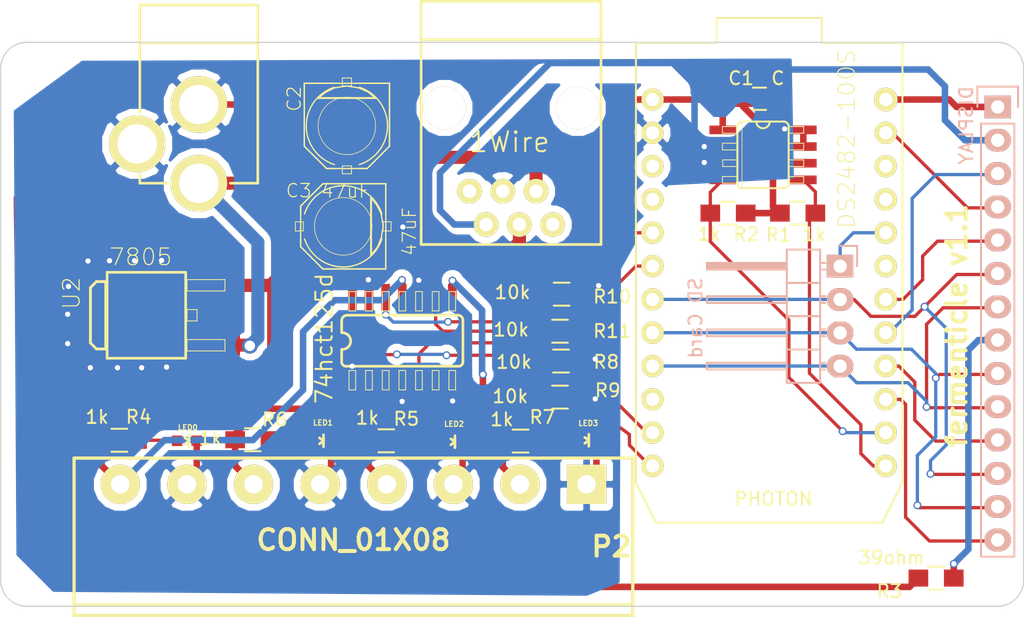
<source format=kicad_pcb>
(kicad_pcb (version 4) (host pcbnew 4.0.1-stable)

  (general
    (links 82)
    (no_connects 1)
    (area 118.899999 92.570399 197.100001 140.026981)
    (thickness 1.6)
    (drawings 13)
    (tracks 336)
    (zones 0)
    (modules 27)
    (nets 38)
  )

  (page A4)
  (layers
    (0 F.Cu signal)
    (31 B.Cu signal)
    (32 B.Adhes user)
    (33 F.Adhes user)
    (34 B.Paste user)
    (35 F.Paste user)
    (36 B.SilkS user hide)
    (37 F.SilkS user)
    (38 B.Mask user)
    (39 F.Mask user)
    (40 Dwgs.User user hide)
    (41 Cmts.User user hide)
    (42 Eco1.User user hide)
    (43 Eco2.User user hide)
    (44 Edge.Cuts user)
    (45 Margin user hide)
    (46 B.CrtYd user hide)
    (47 F.CrtYd user hide)
    (48 B.Fab user hide)
    (49 F.Fab user hide)
  )

  (setup
    (last_trace_width 0.25)
    (trace_clearance 0.2)
    (zone_clearance 0.508)
    (zone_45_only no)
    (trace_min 0.2)
    (segment_width 0.2)
    (edge_width 0.1)
    (via_size 0.6)
    (via_drill 0.4)
    (via_min_size 0.4)
    (via_min_drill 0.3)
    (uvia_size 0.3)
    (uvia_drill 0.1)
    (uvias_allowed no)
    (uvia_min_size 0.2)
    (uvia_min_drill 0.1)
    (pcb_text_width 0.3)
    (pcb_text_size 1.5 1.5)
    (mod_edge_width 0.15)
    (mod_text_size 1 1)
    (mod_text_width 0.15)
    (pad_size 1.7 1.7)
    (pad_drill 1)
    (pad_to_mask_clearance 0)
    (aux_axis_origin 160.625 101.3)
    (visible_elements FFFFFF7F)
    (pcbplotparams
      (layerselection 0x010f0_80000001)
      (usegerberextensions true)
      (excludeedgelayer true)
      (linewidth 0.100000)
      (plotframeref false)
      (viasonmask false)
      (mode 1)
      (useauxorigin false)
      (hpglpennumber 1)
      (hpglpenspeed 20)
      (hpglpendiameter 15)
      (hpglpenoverlay 2)
      (psnegative false)
      (psa4output false)
      (plotreference true)
      (plotvalue true)
      (plotinvisibletext false)
      (padsonsilk false)
      (subtractmaskfromsilk true)
      (outputformat 1)
      (mirror false)
      (drillshape 0)
      (scaleselection 1)
      (outputdirectory gerber/))
  )

  (net 0 "")
  (net 1 +5V)
  (net 2 GND)
  (net 3 +12V)
  (net 4 1Wire)
  (net 5 SCL)
  (net 6 SDA)
  (net 7 "Net-(IC1-Pad6)")
  (net 8 "Net-(J1-Pad1)")
  (net 9 "Net-(J1-Pad6)")
  (net 10 "Net-(LED1-PadA)")
  (net 11 "Net-(LED2-PadA)")
  (net 12 "Net-(LED3-PadA)")
  (net 13 +3V3)
  (net 14 TFT_CS)
  (net 15 RESET)
  (net 16 TFT_DC)
  (net 17 MOSI)
  (net 18 SCK)
  (net 19 "Net-(P1-Pad8)")
  (net 20 MISO)
  (net 21 T_CS)
  (net 22 T_IRQ)
  (net 23 ACT0_5V)
  (net 24 ACT2_5V)
  (net 25 ACT1_5V)
  (net 26 ACT3_5V)
  (net 27 SD_CS)
  (net 28 ACT2)
  (net 29 ACT1)
  (net 30 ACT0)
  (net 31 ACT3)
  (net 32 "Net-(U3-Pad3)")
  (net 33 "Net-(U3-Pad4)")
  (net 34 "Net-(U3-Pad10)")
  (net 35 "Net-(U3-Pad22)")
  (net 36 "Net-(U3-Pad19)")
  (net 37 "Net-(LED0-PadA)")

  (net_class Default "This is the default net class."
    (clearance 0.2)
    (trace_width 0.25)
    (via_dia 0.6)
    (via_drill 0.4)
    (uvia_dia 0.3)
    (uvia_drill 0.1)
    (add_net ACT0)
    (add_net ACT1)
    (add_net ACT2)
    (add_net ACT3)
    (add_net MISO)
    (add_net MOSI)
    (add_net "Net-(IC1-Pad6)")
    (add_net "Net-(J1-Pad1)")
    (add_net "Net-(J1-Pad6)")
    (add_net "Net-(LED0-PadA)")
    (add_net "Net-(U3-Pad10)")
    (add_net "Net-(U3-Pad19)")
    (add_net "Net-(U3-Pad22)")
    (add_net "Net-(U3-Pad3)")
    (add_net "Net-(U3-Pad4)")
    (add_net RESET)
    (add_net SCK)
    (add_net SCL)
    (add_net SDA)
    (add_net SD_CS)
    (add_net TFT_CS)
    (add_net TFT_DC)
    (add_net T_CS)
    (add_net T_IRQ)
  )

  (net_class 12V+ ""
    (clearance 0.2)
    (trace_width 1)
    (via_dia 1.2)
    (via_drill 0.8)
    (uvia_dia 0.3)
    (uvia_drill 0.1)
    (add_net +12V)
  )

  (net_class "Extended Signal" ""
    (clearance 0.2)
    (trace_width 0.5)
    (via_dia 0.6)
    (via_drill 0.4)
    (uvia_dia 0.5)
    (uvia_drill 0.1)
    (add_net 1Wire)
    (add_net ACT0_5V)
    (add_net ACT1_5V)
    (add_net ACT2_5V)
    (add_net ACT3_5V)
  )

  (net_class "GND Master" ""
    (clearance 0.2)
    (trace_width 0.5)
    (via_dia 0.6)
    (via_drill 0.4)
    (uvia_dia 0.5)
    (uvia_drill 0.1)
    (add_net GND)
  )

  (net_class Power ""
    (clearance 0.2)
    (trace_width 0.5)
    (via_dia 0.6)
    (via_drill 0.4)
    (uvia_dia 0.5)
    (uvia_drill 0.1)
    (add_net +3V3)
    (add_net +5V)
    (add_net "Net-(LED1-PadA)")
    (add_net "Net-(LED2-PadA)")
    (add_net "Net-(LED3-PadA)")
    (add_net "Net-(P1-Pad8)")
  )

  (module SparkFun:SparkFun-RJ11-6 (layer F.Cu) (tedit 56FF4F3C) (tstamp 56E21475)
    (at 163 101 180)
    (path /56FF67DE)
    (attr virtual)
    (fp_text reference J1 (at 5.425 0.3 180) (layer F.SilkS) hide
      (effects (font (thickness 0.15)))
    )
    (fp_text value 1Wire (at 5.2 -2.6 180) (layer F.SilkS)
      (effects (font (thickness 0.15)))
    )
    (fp_line (start 11.938 5.207) (end 11.938 -10.414) (layer F.SilkS) (width 0.2032))
    (fp_line (start 11.938 -10.414) (end -1.778 -10.414) (layer F.SilkS) (width 0.2032))
    (fp_line (start -1.778 -10.414) (end -1.778 5.207) (layer F.SilkS) (width 0.2032))
    (fp_line (start 11.938 5.207) (end -1.778 5.207) (layer F.SilkS) (width 0.2032))
    (fp_line (start -1.778 5.207) (end -1.778 8.128) (layer F.SilkS) (width 0.2032))
    (fp_line (start -1.778 8.128) (end 11.938 8.128) (layer F.SilkS) (width 0.2032))
    (fp_line (start 11.938 8.128) (end 11.938 5.207) (layer F.SilkS) (width 0.2032))
    (fp_circle (center 0 0) (end -0.8128 0.8128) (layer F.SilkS) (width 0.127))
    (fp_line (start -1.6256 0) (end 1.6256 0) (layer F.SilkS) (width 0.127))
    (fp_line (start 0 1.6256) (end 0 -1.6256) (layer F.SilkS) (width 0.127))
    (fp_circle (center 10.16 0) (end 10.9728 0.8128) (layer F.SilkS) (width 0.127))
    (fp_line (start 8.5344 0) (end 11.7856 0) (layer F.SilkS) (width 0.127))
    (fp_line (start 10.16 1.6256) (end 10.16 -1.6256) (layer F.SilkS) (width 0.127))
    (pad 1 thru_hole circle (at 1.905 -8.89 180) (size 1.8796 1.8796) (drill 1.016) (layers *.Cu *.Mask F.SilkS)
      (net 8 "Net-(J1-Pad1)"))
    (pad 2 thru_hole circle (at 3.175 -6.35 180) (size 1.8796 1.8796) (drill 1.016) (layers *.Cu *.Mask F.SilkS)
      (net 3 +12V))
    (pad 3 thru_hole circle (at 4.445 -8.89 180) (size 1.8796 1.8796) (drill 1.016) (layers *.Cu *.Mask F.SilkS)
      (net 1 +5V))
    (pad 4 thru_hole circle (at 5.715 -6.35 180) (size 1.8796 1.8796) (drill 1.016) (layers *.Cu *.Mask F.SilkS)
      (net 2 GND))
    (pad 5 thru_hole circle (at 6.985 -8.89 180) (size 1.8796 1.8796) (drill 1.016) (layers *.Cu *.Mask F.SilkS)
      (net 4 1Wire))
    (pad 6 thru_hole circle (at 8.255 -6.35 180) (size 1.8796 1.8796) (drill 1.016) (layers *.Cu *.Mask F.SilkS)
      (net 9 "Net-(J1-Pad6)"))
    (pad "" thru_hole circle (at 10.16 0 180) (size 3.25 3.25) (drill 3.25) (layers *.Cu *.Mask F.SilkS))
    (pad "" thru_hole circle (at 0 0 180) (size 3.25 3.25) (drill 3.25) (layers *.Cu *.Mask F.SilkS))
  )

  (module SparkFun:SparkFun-POWER_JACK_PTH (layer F.Cu) (tedit 56FF3F67) (tstamp 56E2149C)
    (at 134.11 93.04 180)
    (path /56E0F003)
    (attr virtual)
    (fp_text reference J3 (at -2.794 -5.2832 180) (layer B.SilkS) hide
      (effects (font (size 0.4064 0.4064) (thickness 0.0889)) (justify mirror))
    )
    (fp_text value POWER (at -2.58826 -4.0132 180) (layer B.SilkS) hide
      (effects (font (size 0.4064 0.4064) (thickness 0.0889)) (justify mirror))
    )
    (fp_line (start 4.49834 -13.69822) (end 2.39776 -13.69822) (layer F.SilkS) (width 0.2032))
    (fp_line (start -4.49834 -2.99974) (end -4.49834 -0.09906) (layer F.SilkS) (width 0.2032))
    (fp_line (start 4.49834 -0.09906) (end 4.49834 -2.99974) (layer F.SilkS) (width 0.2032))
    (fp_line (start 4.49834 -0.09906) (end -4.49834 -0.09906) (layer F.SilkS) (width 0.2032))
    (fp_line (start 4.49834 -2.99974) (end 4.49834 -8.29818) (layer F.SilkS) (width 0.2032))
    (fp_line (start 4.49834 -13.69822) (end 4.49834 -12.99972) (layer F.SilkS) (width 0.2032))
    (fp_line (start -4.49834 -2.99974) (end -4.49834 -13.69822) (layer F.SilkS) (width 0.2032))
    (fp_line (start -4.49834 -13.69822) (end -2.39776 -13.69822) (layer F.SilkS) (width 0.2032))
    (fp_line (start -4.49834 -2.99974) (end 4.49834 -2.99974) (layer F.SilkS) (width 0.2032))
    (pad GND thru_hole circle (at 0 -7.69874 180) (size 4.318 4.318) (drill 2.9972) (layers *.Cu *.Mask F.SilkS)
      (net 2 GND))
    (pad GNDB thru_hole circle (at 4.699 -10.69848 180) (size 4.318 4.318) (drill 2.9972) (layers *.Cu *.Mask F.SilkS)
      (net 2 GND))
    (pad PWR thru_hole circle (at 0 -13.69822 180) (size 4.318 4.318) (drill 2.9972) (layers *.Cu *.Mask F.SilkS)
      (net 3 +12V))
  )

  (module 1wire:1wire-SO08 (layer F.Cu) (tedit 571C7427) (tstamp 56E2145E)
    (at 177.13 104.58 270)
    (descr "SMALL OUTLINE PACKAGE")
    (tags "SMALL OUTLINE PACKAGE")
    (path /56E0EEA8)
    (attr smd)
    (fp_text reference IC1 (at 3.302 -1.778 360) (layer B.SilkS) hide
      (effects (font (size 1.27 1.27) (thickness 0.0889)) (justify mirror))
    )
    (fp_text value DS2482-100S (at -1.2 -6.38 270) (layer F.SilkS)
      (effects (font (size 1.27 1.27) (thickness 0.0889)))
    )
    (fp_line (start 1.651 -1.9558) (end 2.159 -1.9558) (layer F.SilkS) (width 0.06604))
    (fp_line (start 2.159 -1.9558) (end 2.159 -3.0988) (layer F.SilkS) (width 0.06604))
    (fp_line (start 1.651 -3.0988) (end 2.159 -3.0988) (layer F.SilkS) (width 0.06604))
    (fp_line (start 1.651 -1.9558) (end 1.651 -3.0988) (layer F.SilkS) (width 0.06604))
    (fp_line (start -2.159 3.0988) (end -1.651 3.0988) (layer F.SilkS) (width 0.06604))
    (fp_line (start -1.651 3.0988) (end -1.651 1.9558) (layer F.SilkS) (width 0.06604))
    (fp_line (start -2.159 1.9558) (end -1.651 1.9558) (layer F.SilkS) (width 0.06604))
    (fp_line (start -2.159 3.0988) (end -2.159 1.9558) (layer F.SilkS) (width 0.06604))
    (fp_line (start -0.889 3.0988) (end -0.381 3.0988) (layer F.SilkS) (width 0.06604))
    (fp_line (start -0.381 3.0988) (end -0.381 1.9558) (layer F.SilkS) (width 0.06604))
    (fp_line (start -0.889 1.9558) (end -0.381 1.9558) (layer F.SilkS) (width 0.06604))
    (fp_line (start -0.889 3.0988) (end -0.889 1.9558) (layer F.SilkS) (width 0.06604))
    (fp_line (start 0.381 3.0734) (end 0.889 3.0734) (layer F.SilkS) (width 0.06604))
    (fp_line (start 0.889 3.0734) (end 0.889 1.9304) (layer F.SilkS) (width 0.06604))
    (fp_line (start 0.381 1.9304) (end 0.889 1.9304) (layer F.SilkS) (width 0.06604))
    (fp_line (start 0.381 3.0734) (end 0.381 1.9304) (layer F.SilkS) (width 0.06604))
    (fp_line (start 1.651 3.0988) (end 2.159 3.0988) (layer F.SilkS) (width 0.06604))
    (fp_line (start 2.159 3.0988) (end 2.159 1.9558) (layer F.SilkS) (width 0.06604))
    (fp_line (start 1.651 1.9558) (end 2.159 1.9558) (layer F.SilkS) (width 0.06604))
    (fp_line (start 1.651 3.0988) (end 1.651 1.9558) (layer F.SilkS) (width 0.06604))
    (fp_line (start 0.381 -1.9558) (end 0.889 -1.9558) (layer F.SilkS) (width 0.06604))
    (fp_line (start 0.889 -1.9558) (end 0.889 -3.0988) (layer F.SilkS) (width 0.06604))
    (fp_line (start 0.381 -3.0988) (end 0.889 -3.0988) (layer F.SilkS) (width 0.06604))
    (fp_line (start 0.381 -1.9558) (end 0.381 -3.0988) (layer F.SilkS) (width 0.06604))
    (fp_line (start -0.889 -1.9558) (end -0.381 -1.9558) (layer F.SilkS) (width 0.06604))
    (fp_line (start -0.381 -1.9558) (end -0.381 -3.0988) (layer F.SilkS) (width 0.06604))
    (fp_line (start -0.889 -3.0988) (end -0.381 -3.0988) (layer F.SilkS) (width 0.06604))
    (fp_line (start -0.889 -1.9558) (end -0.889 -3.0988) (layer F.SilkS) (width 0.06604))
    (fp_line (start -2.159 -1.9558) (end -1.651 -1.9558) (layer F.SilkS) (width 0.06604))
    (fp_line (start -1.651 -1.9558) (end -1.651 -3.0988) (layer F.SilkS) (width 0.06604))
    (fp_line (start -2.159 -3.0988) (end -1.651 -3.0988) (layer F.SilkS) (width 0.06604))
    (fp_line (start -2.159 -1.9558) (end -2.159 -3.0988) (layer F.SilkS) (width 0.06604))
    (fp_line (start 2.159 -1.9558) (end -2.159 -1.9558) (layer F.SilkS) (width 0.1524))
    (fp_line (start -2.159 1.9558) (end 2.159 1.9558) (layer F.SilkS) (width 0.1524))
    (fp_line (start 2.54 1.5748) (end 2.54 -1.5748) (layer F.SilkS) (width 0.1524))
    (fp_line (start -2.54 -1.5748) (end -2.54 -0.508) (layer F.SilkS) (width 0.1524))
    (fp_line (start -2.54 -0.508) (end -2.54 0.508) (layer F.SilkS) (width 0.1524))
    (fp_line (start -2.54 0.508) (end -2.54 1.5748) (layer F.SilkS) (width 0.1524))
    (fp_line (start -2.54 1.6002) (end 2.54 1.6002) (layer F.SilkS) (width 0.0508))
    (fp_arc (start 2.159 1.5748) (end 2.54 1.5748) (angle 90) (layer F.SilkS) (width 0.1524))
    (fp_arc (start -2.159 -1.5748) (end -2.54 -1.5748) (angle 90) (layer F.SilkS) (width 0.1524))
    (fp_arc (start 2.159 -1.5748) (end 2.159 -1.9558) (angle 90) (layer F.SilkS) (width 0.1524))
    (fp_arc (start -2.159 1.5748) (end -2.159 1.9558) (angle 90) (layer F.SilkS) (width 0.1524))
    (fp_arc (start -2.54 0) (end -2.54 -0.508) (angle 180) (layer F.SilkS) (width 0.1524))
    (pad 1 smd rect (at -1.905 3.0734 270) (size 0.6604 2.032) (layers F.Cu F.Paste F.Mask)
      (net 1 +5V))
    (pad 2 smd rect (at -0.635 3.0734 270) (size 0.6604 2.032) (layers F.Cu F.Paste F.Mask)
      (net 4 1Wire))
    (pad 3 smd rect (at 0.635 3.0734 270) (size 0.6604 2.032) (layers F.Cu F.Paste F.Mask)
      (net 2 GND))
    (pad 4 smd rect (at 1.905 3.0734 270) (size 0.6604 2.032) (layers F.Cu F.Paste F.Mask)
      (net 5 SCL))
    (pad 5 smd rect (at 1.905 -3.0734 270) (size 0.6604 2.032) (layers F.Cu F.Paste F.Mask)
      (net 6 SDA))
    (pad 6 smd rect (at 0.635 -3.0734 270) (size 0.6604 2.032) (layers F.Cu F.Paste F.Mask)
      (net 7 "Net-(IC1-Pad6)"))
    (pad 7 smd rect (at -0.635 -3.0734 270) (size 0.6604 2.032) (layers F.Cu F.Paste F.Mask)
      (net 2 GND))
    (pad 8 smd rect (at -1.905 -3.0734 270) (size 0.6604 2.032) (layers F.Cu F.Paste F.Mask)
      (net 2 GND))
  )

  (module SparkFun:SparkFun-LED-0603 (layer F.Cu) (tedit 56E2363D) (tstamp 56E214A6)
    (at 143.45 126.38 270)
    (path /56E1E0C6)
    (attr smd)
    (fp_text reference LED1 (at -1.375 -0.125 360) (layer F.SilkS)
      (effects (font (size 0.4064 0.4064) (thickness 0.0889)))
    )
    (fp_text value LED (at 0.8763 -0.2032 360) (layer B.SilkS) hide
      (effects (font (size 0.4064 0.4064) (thickness 0.0889)) (justify mirror))
    )
    (fp_line (start 0.45974 -0.16764) (end 0 -0.16764) (layer F.SilkS) (width 0.2032))
    (fp_line (start -0.45974 -0.16764) (end 0 -0.16764) (layer F.SilkS) (width 0.2032))
    (fp_line (start 0 -0.16764) (end 0.23368 0.1397) (layer F.SilkS) (width 0.2032))
    (fp_line (start -0.0254 -0.1524) (end -0.2159 0.1397) (layer F.SilkS) (width 0.2032))
    (pad A smd rect (at 0 0.7493 270) (size 0.79756 0.79756) (layers F.Cu F.Paste F.Mask)
      (net 10 "Net-(LED1-PadA)"))
    (pad C smd rect (at 0 -0.7493 270) (size 0.79756 0.79756) (layers F.Cu F.Paste F.Mask)
      (net 2 GND))
  )

  (module SparkFun:SparkFun-LED-0603 (layer F.Cu) (tedit 56E236F8) (tstamp 56E214B0)
    (at 153.47 126.45 270)
    (path /56E1E224)
    (attr smd)
    (fp_text reference LED2 (at -1.35 -0.1 360) (layer F.SilkS)
      (effects (font (size 0.4064 0.4064) (thickness 0.0889)))
    )
    (fp_text value LED (at 0.8763 -0.2032 360) (layer B.SilkS) hide
      (effects (font (size 0.4064 0.4064) (thickness 0.0889)) (justify mirror))
    )
    (fp_line (start 0.45974 -0.16764) (end 0 -0.16764) (layer F.SilkS) (width 0.2032))
    (fp_line (start -0.45974 -0.16764) (end 0 -0.16764) (layer F.SilkS) (width 0.2032))
    (fp_line (start 0 -0.16764) (end 0.23368 0.1397) (layer F.SilkS) (width 0.2032))
    (fp_line (start -0.0254 -0.1524) (end -0.2159 0.1397) (layer F.SilkS) (width 0.2032))
    (pad A smd rect (at 0 0.7493 270) (size 0.79756 0.79756) (layers F.Cu F.Paste F.Mask)
      (net 11 "Net-(LED2-PadA)"))
    (pad C smd rect (at 0 -0.7493 270) (size 0.79756 0.79756) (layers F.Cu F.Paste F.Mask)
      (net 2 GND))
  )

  (module SparkFun:SparkFun-LED-0603 (layer F.Cu) (tedit 56E2371A) (tstamp 56E214BA)
    (at 163.68 126.34 270)
    (path /56E1E143)
    (attr smd)
    (fp_text reference LED3 (at -1.3 -0.125 360) (layer F.SilkS)
      (effects (font (size 0.4064 0.4064) (thickness 0.0889)))
    )
    (fp_text value LED (at 0.8763 -0.2032 360) (layer B.SilkS) hide
      (effects (font (size 0.4064 0.4064) (thickness 0.0889)) (justify mirror))
    )
    (fp_line (start 0.45974 -0.16764) (end 0 -0.16764) (layer F.SilkS) (width 0.2032))
    (fp_line (start -0.45974 -0.16764) (end 0 -0.16764) (layer F.SilkS) (width 0.2032))
    (fp_line (start 0 -0.16764) (end 0.23368 0.1397) (layer F.SilkS) (width 0.2032))
    (fp_line (start -0.0254 -0.1524) (end -0.2159 0.1397) (layer F.SilkS) (width 0.2032))
    (pad A smd rect (at 0 0.7493 270) (size 0.79756 0.79756) (layers F.Cu F.Paste F.Mask)
      (net 12 "Net-(LED3-PadA)"))
    (pad C smd rect (at 0 -0.7493 270) (size 0.79756 0.79756) (layers F.Cu F.Paste F.Mask)
      (net 2 GND))
  )

  (module Socket_Strips:Socket_Strip_Straight_1x14 (layer B.Cu) (tedit 56E23824) (tstamp 56E214E1)
    (at 195.025 100.925 270)
    (descr "Through hole socket strip")
    (tags "socket strip")
    (path /56E12F5B)
    (fp_text reference P1 (at 0 5.1 270) (layer B.SilkS) hide
      (effects (font (size 1 1) (thickness 0.15)) (justify mirror))
    )
    (fp_text value DISPLAY (at 1.4 2.4 270) (layer B.SilkS)
      (effects (font (size 1 1) (thickness 0.15)) (justify mirror))
    )
    (fp_line (start -1.75 1.75) (end -1.75 -1.75) (layer B.CrtYd) (width 0.05))
    (fp_line (start 34.8 1.75) (end 34.8 -1.75) (layer B.CrtYd) (width 0.05))
    (fp_line (start -1.75 1.75) (end 34.8 1.75) (layer B.CrtYd) (width 0.05))
    (fp_line (start -1.75 -1.75) (end 34.8 -1.75) (layer B.CrtYd) (width 0.05))
    (fp_line (start 1.27 1.27) (end 34.29 1.27) (layer B.SilkS) (width 0.15))
    (fp_line (start 34.29 1.27) (end 34.29 -1.27) (layer B.SilkS) (width 0.15))
    (fp_line (start 34.29 -1.27) (end 1.27 -1.27) (layer B.SilkS) (width 0.15))
    (fp_line (start -1.55 -1.55) (end 0 -1.55) (layer B.SilkS) (width 0.15))
    (fp_line (start 1.27 -1.27) (end 1.27 1.27) (layer B.SilkS) (width 0.15))
    (fp_line (start 0 1.55) (end -1.55 1.55) (layer B.SilkS) (width 0.15))
    (fp_line (start -1.55 1.55) (end -1.55 -1.55) (layer B.SilkS) (width 0.15))
    (pad 1 thru_hole rect (at 0 0 270) (size 1.7272 2.032) (drill 1.016) (layers *.Cu *.Mask B.SilkS)
      (net 13 +3V3))
    (pad 2 thru_hole oval (at 2.54 0 270) (size 1.7272 2.032) (drill 1.016) (layers *.Cu *.Mask B.SilkS)
      (net 2 GND))
    (pad 3 thru_hole oval (at 5.08 0 270) (size 1.7272 2.032) (drill 1.016) (layers *.Cu *.Mask B.SilkS)
      (net 14 TFT_CS))
    (pad 4 thru_hole oval (at 7.62 0 270) (size 1.7272 2.032) (drill 1.016) (layers *.Cu *.Mask B.SilkS)
      (net 15 RESET))
    (pad 5 thru_hole oval (at 10.16 0 270) (size 1.7272 2.032) (drill 1.016) (layers *.Cu *.Mask B.SilkS)
      (net 16 TFT_DC))
    (pad 6 thru_hole oval (at 12.7 0 270) (size 1.7272 2.032) (drill 1.016) (layers *.Cu *.Mask B.SilkS)
      (net 17 MOSI))
    (pad 7 thru_hole oval (at 15.24 0 270) (size 1.7272 2.032) (drill 1.016) (layers *.Cu *.Mask B.SilkS)
      (net 18 SCK))
    (pad 8 thru_hole oval (at 17.78 0 270) (size 1.7272 2.032) (drill 1.016) (layers *.Cu *.Mask B.SilkS)
      (net 19 "Net-(P1-Pad8)"))
    (pad 9 thru_hole oval (at 20.32 0 270) (size 1.7272 2.032) (drill 1.016) (layers *.Cu *.Mask B.SilkS)
      (net 20 MISO))
    (pad 10 thru_hole oval (at 22.86 0 270) (size 1.7272 2.032) (drill 1.016) (layers *.Cu *.Mask B.SilkS)
      (net 18 SCK))
    (pad 11 thru_hole oval (at 25.4 0 270) (size 1.7272 2.032) (drill 1.016) (layers *.Cu *.Mask B.SilkS)
      (net 21 T_CS))
    (pad 12 thru_hole oval (at 27.94 0 270) (size 1.7272 2.032) (drill 1.016) (layers *.Cu *.Mask B.SilkS)
      (net 17 MOSI))
    (pad 13 thru_hole oval (at 30.48 0 270) (size 1.7272 2.032) (drill 1.016) (layers *.Cu *.Mask B.SilkS)
      (net 20 MISO))
    (pad 14 thru_hole oval (at 33.02 0 270) (size 1.7272 2.032) (drill 1.016) (layers *.Cu *.Mask B.SilkS)
      (net 22 T_IRQ))
    (model Socket_Strips.3dshapes/Socket_Strip_Straight_1x14.wrl
      (at (xyz 0.65 0 0))
      (scale (xyz 1 1 1))
      (rotate (xyz 0 0 180))
    )
  )

  (module Pin_Headers:Pin_Header_Angled_1x04 (layer B.Cu) (tedit 56E23815) (tstamp 56E21544)
    (at 183.01 113.07 180)
    (descr "Through hole pin header")
    (tags "pin header")
    (path /56E25821)
    (fp_text reference P6 (at 0 5.1 180) (layer B.SilkS) hide
      (effects (font (size 1 1) (thickness 0.15)) (justify mirror))
    )
    (fp_text value "SD Card" (at 11.025 -3.95 270) (layer B.SilkS)
      (effects (font (size 1 1) (thickness 0.15)) (justify mirror))
    )
    (fp_line (start -1.5 1.75) (end -1.5 -9.4) (layer B.CrtYd) (width 0.05))
    (fp_line (start 10.65 1.75) (end 10.65 -9.4) (layer B.CrtYd) (width 0.05))
    (fp_line (start -1.5 1.75) (end 10.65 1.75) (layer B.CrtYd) (width 0.05))
    (fp_line (start -1.5 -9.4) (end 10.65 -9.4) (layer B.CrtYd) (width 0.05))
    (fp_line (start -1.3 1.55) (end -1.3 0) (layer B.SilkS) (width 0.15))
    (fp_line (start 0 1.55) (end -1.3 1.55) (layer B.SilkS) (width 0.15))
    (fp_line (start 4.191 0.127) (end 10.033 0.127) (layer B.SilkS) (width 0.15))
    (fp_line (start 10.033 0.127) (end 10.033 -0.127) (layer B.SilkS) (width 0.15))
    (fp_line (start 10.033 -0.127) (end 4.191 -0.127) (layer B.SilkS) (width 0.15))
    (fp_line (start 4.191 -0.127) (end 4.191 0) (layer B.SilkS) (width 0.15))
    (fp_line (start 4.191 0) (end 10.033 0) (layer B.SilkS) (width 0.15))
    (fp_line (start 1.524 0.254) (end 1.143 0.254) (layer B.SilkS) (width 0.15))
    (fp_line (start 1.524 -0.254) (end 1.143 -0.254) (layer B.SilkS) (width 0.15))
    (fp_line (start 1.524 -2.286) (end 1.143 -2.286) (layer B.SilkS) (width 0.15))
    (fp_line (start 1.524 -2.794) (end 1.143 -2.794) (layer B.SilkS) (width 0.15))
    (fp_line (start 1.524 -4.826) (end 1.143 -4.826) (layer B.SilkS) (width 0.15))
    (fp_line (start 1.524 -5.334) (end 1.143 -5.334) (layer B.SilkS) (width 0.15))
    (fp_line (start 1.524 -7.874) (end 1.143 -7.874) (layer B.SilkS) (width 0.15))
    (fp_line (start 1.524 -7.366) (end 1.143 -7.366) (layer B.SilkS) (width 0.15))
    (fp_line (start 1.524 1.27) (end 4.064 1.27) (layer B.SilkS) (width 0.15))
    (fp_line (start 1.524 -1.27) (end 4.064 -1.27) (layer B.SilkS) (width 0.15))
    (fp_line (start 1.524 -1.27) (end 1.524 -3.81) (layer B.SilkS) (width 0.15))
    (fp_line (start 1.524 -3.81) (end 4.064 -3.81) (layer B.SilkS) (width 0.15))
    (fp_line (start 4.064 -2.286) (end 10.16 -2.286) (layer B.SilkS) (width 0.15))
    (fp_line (start 10.16 -2.286) (end 10.16 -2.794) (layer B.SilkS) (width 0.15))
    (fp_line (start 10.16 -2.794) (end 4.064 -2.794) (layer B.SilkS) (width 0.15))
    (fp_line (start 4.064 -3.81) (end 4.064 -1.27) (layer B.SilkS) (width 0.15))
    (fp_line (start 4.064 -1.27) (end 4.064 1.27) (layer B.SilkS) (width 0.15))
    (fp_line (start 10.16 -0.254) (end 4.064 -0.254) (layer B.SilkS) (width 0.15))
    (fp_line (start 10.16 0.254) (end 10.16 -0.254) (layer B.SilkS) (width 0.15))
    (fp_line (start 4.064 0.254) (end 10.16 0.254) (layer B.SilkS) (width 0.15))
    (fp_line (start 1.524 -1.27) (end 4.064 -1.27) (layer B.SilkS) (width 0.15))
    (fp_line (start 1.524 1.27) (end 1.524 -1.27) (layer B.SilkS) (width 0.15))
    (fp_line (start 1.524 -6.35) (end 4.064 -6.35) (layer B.SilkS) (width 0.15))
    (fp_line (start 1.524 -6.35) (end 1.524 -8.89) (layer B.SilkS) (width 0.15))
    (fp_line (start 1.524 -8.89) (end 4.064 -8.89) (layer B.SilkS) (width 0.15))
    (fp_line (start 4.064 -7.366) (end 10.16 -7.366) (layer B.SilkS) (width 0.15))
    (fp_line (start 10.16 -7.366) (end 10.16 -7.874) (layer B.SilkS) (width 0.15))
    (fp_line (start 10.16 -7.874) (end 4.064 -7.874) (layer B.SilkS) (width 0.15))
    (fp_line (start 4.064 -8.89) (end 4.064 -6.35) (layer B.SilkS) (width 0.15))
    (fp_line (start 4.064 -6.35) (end 4.064 -3.81) (layer B.SilkS) (width 0.15))
    (fp_line (start 10.16 -5.334) (end 4.064 -5.334) (layer B.SilkS) (width 0.15))
    (fp_line (start 10.16 -4.826) (end 10.16 -5.334) (layer B.SilkS) (width 0.15))
    (fp_line (start 4.064 -4.826) (end 10.16 -4.826) (layer B.SilkS) (width 0.15))
    (fp_line (start 1.524 -6.35) (end 4.064 -6.35) (layer B.SilkS) (width 0.15))
    (fp_line (start 1.524 -3.81) (end 1.524 -6.35) (layer B.SilkS) (width 0.15))
    (fp_line (start 1.524 -3.81) (end 4.064 -3.81) (layer B.SilkS) (width 0.15))
    (pad 1 thru_hole rect (at 0 0 180) (size 2.032 1.7272) (drill 1.016) (layers *.Cu *.Mask B.SilkS)
      (net 27 SD_CS))
    (pad 2 thru_hole oval (at 0 -2.54 180) (size 2.032 1.7272) (drill 1.016) (layers *.Cu *.Mask B.SilkS)
      (net 17 MOSI))
    (pad 3 thru_hole oval (at 0 -5.08 180) (size 2.032 1.7272) (drill 1.016) (layers *.Cu *.Mask B.SilkS)
      (net 20 MISO))
    (pad 4 thru_hole oval (at 0 -7.62 180) (size 2.032 1.7272) (drill 1.016) (layers *.Cu *.Mask B.SilkS)
      (net 18 SCK))
    (model Pin_Headers.3dshapes/Pin_Header_Angled_1x04.wrl
      (at (xyz 0 -0.15 0))
      (scale (xyz 1 1 1))
      (rotate (xyz 0 0 90))
    )
  )

  (module SparkFun:SparkFun-SOIC-14 (layer F.Cu) (tedit 571C747A) (tstamp 56E216CC)
    (at 150.26 118.75)
    (path /56E0EF43)
    (attr smd)
    (fp_text reference U1 (at -6.223 -1.2065 90) (layer B.SilkS) hide
      (effects (font (size 1.27 1.27) (thickness 0.0889)) (justify mirror))
    )
    (fp_text value 74hct125d (at -6.59 -0.17 90) (layer F.SilkS)
      (effects (font (size 1.25 1.25) (thickness 0.15)))
    )
    (fp_line (start -4.699 3.7465) (end -4.191 3.7465) (layer F.SilkS) (width 0.06604))
    (fp_line (start -4.191 3.7465) (end -4.191 2.2733) (layer F.SilkS) (width 0.06604))
    (fp_line (start -4.699 2.2733) (end -4.191 2.2733) (layer F.SilkS) (width 0.06604))
    (fp_line (start -4.699 3.7465) (end -4.699 2.2733) (layer F.SilkS) (width 0.06604))
    (fp_line (start -3.429 3.7465) (end -2.921 3.7465) (layer F.SilkS) (width 0.06604))
    (fp_line (start -2.921 3.7465) (end -2.921 2.2733) (layer F.SilkS) (width 0.06604))
    (fp_line (start -3.429 2.2733) (end -2.921 2.2733) (layer F.SilkS) (width 0.06604))
    (fp_line (start -3.429 3.7465) (end -3.429 2.2733) (layer F.SilkS) (width 0.06604))
    (fp_line (start -2.159 3.7465) (end -1.651 3.7465) (layer F.SilkS) (width 0.06604))
    (fp_line (start -1.651 3.7465) (end -1.651 2.2733) (layer F.SilkS) (width 0.06604))
    (fp_line (start -2.159 2.2733) (end -1.651 2.2733) (layer F.SilkS) (width 0.06604))
    (fp_line (start -2.159 3.7465) (end -2.159 2.2733) (layer F.SilkS) (width 0.06604))
    (fp_line (start -0.889 3.7465) (end -0.381 3.7465) (layer F.SilkS) (width 0.06604))
    (fp_line (start -0.381 3.7465) (end -0.381 2.2733) (layer F.SilkS) (width 0.06604))
    (fp_line (start -0.889 2.2733) (end -0.381 2.2733) (layer F.SilkS) (width 0.06604))
    (fp_line (start -0.889 3.7465) (end -0.889 2.2733) (layer F.SilkS) (width 0.06604))
    (fp_line (start 0.381 3.7465) (end 0.889 3.7465) (layer F.SilkS) (width 0.06604))
    (fp_line (start 0.889 3.7465) (end 0.889 2.2733) (layer F.SilkS) (width 0.06604))
    (fp_line (start 0.381 2.2733) (end 0.889 2.2733) (layer F.SilkS) (width 0.06604))
    (fp_line (start 0.381 3.7465) (end 0.381 2.2733) (layer F.SilkS) (width 0.06604))
    (fp_line (start 1.651 3.7465) (end 2.159 3.7465) (layer F.SilkS) (width 0.06604))
    (fp_line (start 2.159 3.7465) (end 2.159 2.2733) (layer F.SilkS) (width 0.06604))
    (fp_line (start 1.651 2.2733) (end 2.159 2.2733) (layer F.SilkS) (width 0.06604))
    (fp_line (start 1.651 3.7465) (end 1.651 2.2733) (layer F.SilkS) (width 0.06604))
    (fp_line (start 2.921 3.7465) (end 3.429 3.7465) (layer F.SilkS) (width 0.06604))
    (fp_line (start 3.429 3.7465) (end 3.429 2.2733) (layer F.SilkS) (width 0.06604))
    (fp_line (start 2.921 2.2733) (end 3.429 2.2733) (layer F.SilkS) (width 0.06604))
    (fp_line (start 2.921 3.7465) (end 2.921 2.2733) (layer F.SilkS) (width 0.06604))
    (fp_line (start -4.699 -2.2733) (end -4.191 -2.2733) (layer F.SilkS) (width 0.06604))
    (fp_line (start -4.191 -2.2733) (end -4.191 -3.7465) (layer F.SilkS) (width 0.06604))
    (fp_line (start -4.699 -3.7465) (end -4.191 -3.7465) (layer F.SilkS) (width 0.06604))
    (fp_line (start -4.699 -2.2733) (end -4.699 -3.7465) (layer F.SilkS) (width 0.06604))
    (fp_line (start -3.429 -2.2733) (end -2.921 -2.2733) (layer F.SilkS) (width 0.06604))
    (fp_line (start -2.921 -2.2733) (end -2.921 -3.7465) (layer F.SilkS) (width 0.06604))
    (fp_line (start -3.429 -3.7465) (end -2.921 -3.7465) (layer F.SilkS) (width 0.06604))
    (fp_line (start -3.429 -2.2733) (end -3.429 -3.7465) (layer F.SilkS) (width 0.06604))
    (fp_line (start -2.159 -2.2733) (end -1.651 -2.2733) (layer F.SilkS) (width 0.06604))
    (fp_line (start -1.651 -2.2733) (end -1.651 -3.7465) (layer F.SilkS) (width 0.06604))
    (fp_line (start -2.159 -3.7465) (end -1.651 -3.7465) (layer F.SilkS) (width 0.06604))
    (fp_line (start -2.159 -2.2733) (end -2.159 -3.7465) (layer F.SilkS) (width 0.06604))
    (fp_line (start -0.889 -2.2733) (end -0.381 -2.2733) (layer F.SilkS) (width 0.06604))
    (fp_line (start -0.381 -2.2733) (end -0.381 -3.7465) (layer F.SilkS) (width 0.06604))
    (fp_line (start -0.889 -3.7465) (end -0.381 -3.7465) (layer F.SilkS) (width 0.06604))
    (fp_line (start -0.889 -2.2733) (end -0.889 -3.7465) (layer F.SilkS) (width 0.06604))
    (fp_line (start 0.381 -2.2733) (end 0.889 -2.2733) (layer F.SilkS) (width 0.06604))
    (fp_line (start 0.889 -2.2733) (end 0.889 -3.7465) (layer F.SilkS) (width 0.06604))
    (fp_line (start 0.381 -3.7465) (end 0.889 -3.7465) (layer F.SilkS) (width 0.06604))
    (fp_line (start 0.381 -2.2733) (end 0.381 -3.7465) (layer F.SilkS) (width 0.06604))
    (fp_line (start 1.651 -2.2733) (end 2.159 -2.2733) (layer F.SilkS) (width 0.06604))
    (fp_line (start 2.159 -2.2733) (end 2.159 -3.7465) (layer F.SilkS) (width 0.06604))
    (fp_line (start 1.651 -3.7465) (end 2.159 -3.7465) (layer F.SilkS) (width 0.06604))
    (fp_line (start 1.651 -2.2733) (end 1.651 -3.7465) (layer F.SilkS) (width 0.06604))
    (fp_line (start 2.921 -2.2733) (end 3.429 -2.2733) (layer F.SilkS) (width 0.06604))
    (fp_line (start 3.429 -2.2733) (end 3.429 -3.7465) (layer F.SilkS) (width 0.06604))
    (fp_line (start 2.921 -3.7465) (end 3.429 -3.7465) (layer F.SilkS) (width 0.06604))
    (fp_line (start 2.921 -2.2733) (end 2.921 -3.7465) (layer F.SilkS) (width 0.06604))
    (fp_line (start 3.60426 -1.94564) (end -4.8768 -1.94564) (layer F.SilkS) (width 0.2032))
    (fp_line (start -4.8768 1.94564) (end 3.70586 1.94564) (layer F.SilkS) (width 0.2032))
    (fp_line (start 3.9878 1.56464) (end 3.9878 -1.56464) (layer F.SilkS) (width 0.2032))
    (fp_line (start -5.2578 -1.45034) (end -5.2578 -0.6096) (layer F.SilkS) (width 0.2032))
    (fp_line (start -5.2578 1.6637) (end -5.2578 0.6604) (layer F.SilkS) (width 0.2032))
    (fp_arc (start 3.65506 1.6129) (end 3.9878 1.56464) (angle 90) (layer F.SilkS) (width 0.2032))
    (fp_arc (start -4.826 -1.51384) (end -5.2578 -1.46304) (angle 90) (layer F.SilkS) (width 0.2032))
    (fp_arc (start 3.6068 -1.56464) (end 3.60426 -1.94564) (angle 90) (layer F.SilkS) (width 0.2032))
    (fp_arc (start -4.92506 1.61544) (end -4.8768 1.94564) (angle 90) (layer F.SilkS) (width 0.2032))
    (fp_arc (start -5.207 0.0254) (end -5.207 -0.6096) (angle 180) (layer F.SilkS) (width 0.2032))
    (pad 1 smd rect (at -4.445 3.3147) (size 0.6604 2.032) (layers F.Cu F.Paste F.Mask)
      (net 2 GND))
    (pad 2 smd rect (at -3.175 3.3147) (size 0.6604 2.032) (layers F.Cu F.Paste F.Mask)
      (net 29 ACT1))
    (pad 3 smd rect (at -1.905 3.3147) (size 0.6604 2.032) (layers F.Cu F.Paste F.Mask)
      (net 25 ACT1_5V))
    (pad 4 smd rect (at -0.635 3.3147) (size 0.6604 2.032) (layers F.Cu F.Paste F.Mask)
      (net 2 GND))
    (pad 5 smd rect (at 0.635 3.3147) (size 0.6604 2.032) (layers F.Cu F.Paste F.Mask)
      (net 28 ACT2))
    (pad 6 smd rect (at 1.905 3.3147) (size 0.6604 2.032) (layers F.Cu F.Paste F.Mask)
      (net 24 ACT2_5V))
    (pad 7 smd rect (at 3.175 3.3147) (size 0.6604 2.032) (layers F.Cu F.Paste F.Mask)
      (net 2 GND))
    (pad 8 smd rect (at 3.175 -3.3147) (size 0.6604 2.032) (layers F.Cu F.Paste F.Mask)
      (net 26 ACT3_5V))
    (pad 9 smd rect (at 1.905 -3.3147) (size 0.6604 2.032) (layers F.Cu F.Paste F.Mask)
      (net 31 ACT3))
    (pad 10 smd rect (at 0.635 -3.3147) (size 0.6604 2.032) (layers F.Cu F.Paste F.Mask)
      (net 2 GND))
    (pad 11 smd rect (at -0.635 -3.3147) (size 0.6604 2.032) (layers F.Cu F.Paste F.Mask)
      (net 23 ACT0_5V))
    (pad 12 smd rect (at -1.905 -3.3147) (size 0.6604 2.032) (layers F.Cu F.Paste F.Mask)
      (net 30 ACT0))
    (pad 13 smd rect (at -3.175 -3.3147) (size 0.6604 2.032) (layers F.Cu F.Paste F.Mask)
      (net 2 GND))
    (pad 14 smd rect (at -4.445 -3.3147) (size 0.6604 2.032) (layers F.Cu F.Paste F.Mask)
      (net 1 +5V))
  )

  (module particle-boards:PHOTON (layer F.Cu) (tedit 5718637D) (tstamp 56E2171E)
    (at 177.6 115.6)
    (path /56E0EE5E)
    (fp_text reference U3 (at 0 -16.51) (layer F.SilkS) hide
      (effects (font (size 1 1) (thickness 0.15)))
    )
    (fp_text value PHOTON (at 0.325 15.2) (layer F.SilkS)
      (effects (font (size 1 1) (thickness 0.15)))
    )
    (fp_text user "all layers" (at 0 19.05) (layer F.SilkS) hide
      (effects (font (size 1 1) (thickness 0.15)))
    )
    (fp_text user "recommended on" (at 0 16.51) (layer F.SilkS) hide
      (effects (font (size 1 1) (thickness 0.15)))
    )
    (fp_text user "signal keep out" (at 0 13.97) (layer F.SilkS) hide
      (effects (font (size 1 1) (thickness 0.15)))
    )
    (fp_text user "ground plane and" (at 0 11.43) (layer F.SilkS) hide
      (effects (font (size 1 1) (thickness 0.15)))
    )
    (fp_line (start 6.35 21.59) (end 7.62 21.59) (layer Dwgs.User) (width 0.15))
    (fp_line (start 7.62 21.59) (end 7.62 8.89) (layer Dwgs.User) (width 0.15))
    (fp_line (start 7.62 8.89) (end -7.62 8.89) (layer Dwgs.User) (width 0.15))
    (fp_line (start 6.35 21.59) (end -7.62 21.59) (layer Dwgs.User) (width 0.15))
    (fp_line (start -7.62 21.59) (end -7.62 8.89) (layer Dwgs.User) (width 0.15))
    (fp_line (start 10.16 13.97) (end 8.636 17.018) (layer F.SilkS) (width 0.15))
    (fp_line (start -10.16 13.97) (end -8.636 17.018) (layer F.SilkS) (width 0.15))
    (fp_line (start -8.636 17.018) (end 8.636 17.018) (layer F.SilkS) (width 0.15))
    (fp_line (start 10.16 -19.558) (end 10.16 13.97) (layer F.SilkS) (width 0.15))
    (fp_line (start -10.16 -19.558) (end -10.16 13.97) (layer F.SilkS) (width 0.15))
    (fp_line (start 4.0132 -19.558) (end 10.16 -19.558) (layer F.SilkS) (width 0.15))
    (fp_line (start -4.0132 -19.558) (end -10.16 -19.558) (layer F.SilkS) (width 0.15))
    (fp_line (start -4.0132 -21.463) (end -4.0132 -19.558) (layer F.SilkS) (width 0.15))
    (fp_line (start 4.0132 -21.463) (end 4.0132 -19.558) (layer F.SilkS) (width 0.15))
    (fp_line (start -4.0132 -21.463) (end 4.0132 -21.463) (layer F.SilkS) (width 0.15))
    (pad 1 thru_hole circle (at -8.89 -15.24) (size 1.7 1.7) (drill 1) (layers *.Cu *.Mask F.SilkS)
      (net 1 +5V))
    (pad 2 thru_hole circle (at -8.89 -12.7) (size 1.7 1.7) (drill 1) (layers *.Cu *.Mask F.SilkS)
      (net 2 GND))
    (pad 3 thru_hole circle (at -8.89 -10.16) (size 1.7 1.7) (drill 1) (layers *.Cu *.Mask F.SilkS)
      (net 32 "Net-(U3-Pad3)"))
    (pad 4 thru_hole circle (at -8.89 -7.62) (size 1.7 1.7) (drill 1) (layers *.Cu *.Mask F.SilkS)
      (net 33 "Net-(U3-Pad4)"))
    (pad 5 thru_hole circle (at -8.89 -5.08) (size 1.7 1.7) (drill 1) (layers *.Cu *.Mask F.SilkS)
      (net 30 ACT0))
    (pad 6 thru_hole circle (at -8.89 -2.54) (size 1.7 1.7) (drill 1) (layers *.Cu *.Mask F.SilkS)
      (net 31 ACT3))
    (pad 7 thru_hole circle (at -8.89 0) (size 1.7 1.7) (drill 1) (layers *.Cu *.Mask F.SilkS)
      (net 17 MOSI))
    (pad 8 thru_hole circle (at -8.89 2.54) (size 1.7 1.7) (drill 1) (layers *.Cu *.Mask F.SilkS)
      (net 20 MISO))
    (pad 9 thru_hole circle (at -8.89 5.08) (size 1.7 1.7) (drill 1) (layers *.Cu *.Mask F.SilkS)
      (net 18 SCK))
    (pad 10 thru_hole circle (at -8.89 7.62) (size 1.7 1.7) (drill 1) (layers *.Cu *.Mask F.SilkS)
      (net 34 "Net-(U3-Pad10)"))
    (pad 11 thru_hole circle (at -8.89 10.16) (size 1.7 1.7) (drill 1) (layers *.Cu *.Mask F.SilkS)
      (net 28 ACT2))
    (pad 12 thru_hole circle (at -8.89 12.7) (size 1.7 1.7) (drill 1) (layers *.Cu *.Mask F.SilkS)
      (net 29 ACT1))
    (pad 24 thru_hole circle (at 8.89 -15.24) (size 1.8 1.8) (drill 1) (layers *.Cu *.Mask F.SilkS)
      (net 13 +3V3))
    (pad 23 thru_hole circle (at 8.89 -12.7) (size 1.7 1.7) (drill 1) (layers *.Cu *.Mask F.SilkS)
      (net 15 RESET))
    (pad 22 thru_hole circle (at 8.89 -10.16) (size 1.7 1.7) (drill 1) (layers *.Cu *.Mask F.SilkS)
      (net 35 "Net-(U3-Pad22)"))
    (pad 21 thru_hole circle (at 8.89 -7.62) (size 1.7 1.7) (drill 1) (layers *.Cu *.Mask F.SilkS))
    (pad 20 thru_hole circle (at 8.89 -5.08) (size 1.7 1.7) (drill 1) (layers *.Cu *.Mask F.SilkS)
      (net 27 SD_CS))
    (pad 19 thru_hole circle (at 8.89 -2.54) (size 1.7 1.7) (drill 1) (layers *.Cu *.Mask F.SilkS)
      (net 36 "Net-(U3-Pad19)"))
    (pad 18 thru_hole circle (at 8.89 0) (size 1.7 1.7) (drill 1) (layers *.Cu *.Mask F.SilkS)
      (net 16 TFT_DC))
    (pad 17 thru_hole circle (at 8.89 2.54) (size 1.7 1.7) (drill 1) (layers *.Cu *.Mask F.SilkS)
      (net 14 TFT_CS))
    (pad 16 thru_hole circle (at 8.89 5.08) (size 1.7 1.7) (drill 1) (layers *.Cu *.Mask F.SilkS)
      (net 21 T_CS))
    (pad 15 thru_hole circle (at 8.89 7.62) (size 1.7 1.7) (drill 1) (layers *.Cu *.Mask F.SilkS)
      (net 22 T_IRQ))
    (pad 14 thru_hole circle (at 8.89 10.16) (size 1.7 1.7) (drill 1) (layers *.Cu *.Mask F.SilkS)
      (net 5 SCL))
    (pad 13 thru_hole circle (at 8.89 12.7) (size 1.7 1.7) (drill 1) (layers *.Cu *.Mask F.SilkS)
      (net 6 SDA))
  )

  (module SparkFun:SparkFun-V-REG_DPACK (layer F.Cu) (tedit 56FF59BD) (tstamp 56FF346F)
    (at 130.95 116.81 90)
    (descr DPAK)
    (tags DPAK)
    (path /56FF457D)
    (attr smd)
    (fp_text reference U2 (at 1.685 -6.55 270) (layer F.SilkS)
      (effects (font (size 1.27 1.27) (thickness 0.0889)))
    )
    (fp_text value 7805 (at 4.445 -1.27 180) (layer F.SilkS)
      (effects (font (size 1.27 1.27) (thickness 0.0889)))
    )
    (fp_line (start -2.7178 5.1562) (end -1.8542 5.1562) (layer F.SilkS) (width 0.06604))
    (fp_line (start -1.8542 5.1562) (end -1.8542 2.2606) (layer F.SilkS) (width 0.06604))
    (fp_line (start -2.7178 2.2606) (end -1.8542 2.2606) (layer F.SilkS) (width 0.06604))
    (fp_line (start -2.7178 5.1562) (end -2.7178 2.2606) (layer F.SilkS) (width 0.06604))
    (fp_line (start 1.8542 5.1562) (end 2.7178 5.1562) (layer F.SilkS) (width 0.06604))
    (fp_line (start 2.7178 5.1562) (end 2.7178 2.2606) (layer F.SilkS) (width 0.06604))
    (fp_line (start 1.8542 2.2606) (end 2.7178 2.2606) (layer F.SilkS) (width 0.06604))
    (fp_line (start 1.8542 5.1562) (end 1.8542 2.2606) (layer F.SilkS) (width 0.06604))
    (fp_line (start -0.4318 3.0226) (end 0.4318 3.0226) (layer F.SilkS) (width 0.06604))
    (fp_line (start 0.4318 3.0226) (end 0.4318 2.2606) (layer F.SilkS) (width 0.06604))
    (fp_line (start -0.4318 2.2606) (end 0.4318 2.2606) (layer F.SilkS) (width 0.06604))
    (fp_line (start -0.4318 3.0226) (end -0.4318 2.2606) (layer F.SilkS) (width 0.06604))
    (fp_line (start 3.2766 -3.8354) (end 3.2766 2.159) (layer F.SilkS) (width 0.2032))
    (fp_line (start 3.2766 2.159) (end -3.2766 2.159) (layer F.SilkS) (width 0.2032))
    (fp_line (start -3.2766 2.159) (end -3.2766 -3.8354) (layer F.SilkS) (width 0.2032))
    (fp_line (start -3.2766 -3.83286) (end 3.2766 -3.83286) (layer F.SilkS) (width 0.2032))
    (fp_line (start -2.5654 -3.937) (end -2.5654 -4.6482) (layer F.SilkS) (width 0.2032))
    (fp_line (start -2.5654 -4.6482) (end -2.1082 -5.1054) (layer F.SilkS) (width 0.2032))
    (fp_line (start -2.1082 -5.1054) (end 2.1082 -5.1054) (layer F.SilkS) (width 0.2032))
    (fp_line (start 2.1082 -5.1054) (end 2.5654 -4.6482) (layer F.SilkS) (width 0.2032))
    (fp_line (start 2.5654 -4.6482) (end 2.5654 -3.937) (layer F.SilkS) (width 0.2032))
    (fp_line (start 2.5654 -3.937) (end -2.5654 -3.937) (layer F.SilkS) (width 0.2032))
    (fp_line (start -2.5654 -3.937) (end -2.5654 -4.6482) (layer F.SilkS) (width 0.19812))
    (fp_line (start -2.5654 -4.6482) (end -2.1082 -5.1054) (layer F.SilkS) (width 0.19812))
    (fp_line (start -2.1082 -5.1054) (end 2.1082 -5.1054) (layer F.SilkS) (width 0.19812))
    (fp_line (start 2.1082 -5.1054) (end 2.5654 -4.6482) (layer F.SilkS) (width 0.19812))
    (fp_line (start 2.5654 -4.6482) (end 2.5654 -3.937) (layer F.SilkS) (width 0.19812))
    (fp_line (start 2.5654 -3.937) (end -2.5654 -3.937) (layer F.SilkS) (width 0.19812))
    (pad 1 smd rect (at -2.27838 4.79806 90) (size 1.59766 2.99974) (layers F.Cu F.Paste F.Mask)
      (net 3 +12V))
    (pad 3 smd rect (at 2.27838 4.79806 90) (size 1.59766 2.99974) (layers F.Cu F.Paste F.Mask)
      (net 1 +5V))
    (pad 4 smd rect (at 0 -2.37998 90) (size 5.79882 6.1976) (layers F.Cu F.Paste F.Mask)
      (net 2 GND))
  )

  (module Capacitors_SMD:C_0805_HandSoldering (layer F.Cu) (tedit 571C7433) (tstamp 56FF411D)
    (at 176.86 100.3)
    (descr "Capacitor SMD 0805, hand soldering")
    (tags "capacitor 0805")
    (path /56E11556)
    (attr smd)
    (fp_text reference C1 (at -1.4 -1.56) (layer F.SilkS)
      (effects (font (size 1 1) (thickness 0.15)))
    )
    (fp_text value C (at 1.4 -1.56) (layer F.SilkS)
      (effects (font (size 1 1) (thickness 0.15)))
    )
    (fp_line (start -2.3 -1) (end 2.3 -1) (layer F.CrtYd) (width 0.05))
    (fp_line (start -2.3 1) (end 2.3 1) (layer F.CrtYd) (width 0.05))
    (fp_line (start -2.3 -1) (end -2.3 1) (layer F.CrtYd) (width 0.05))
    (fp_line (start 2.3 -1) (end 2.3 1) (layer F.CrtYd) (width 0.05))
    (fp_line (start 0.5 -0.85) (end -0.5 -0.85) (layer F.SilkS) (width 0.15))
    (fp_line (start -0.5 0.85) (end 0.5 0.85) (layer F.SilkS) (width 0.15))
    (pad 1 smd rect (at -1.25 0) (size 1.5 1.25) (layers F.Cu F.Paste F.Mask)
      (net 1 +5V))
    (pad 2 smd rect (at 1.25 0) (size 1.5 1.25) (layers F.Cu F.Paste F.Mask)
      (net 2 GND))
    (model Capacitors_SMD.3dshapes/C_0805_HandSoldering.wrl
      (at (xyz 0 0 0))
      (scale (xyz 1 1 1))
      (rotate (xyz 0 0 0))
    )
  )

  (module Resistors_SMD:R_0805_HandSoldering (layer F.Cu) (tedit 56FF4190) (tstamp 56FF4123)
    (at 179.77 109.02)
    (descr "Resistor SMD 0805, hand soldering")
    (tags "resistor 0805")
    (path /56E1126E)
    (attr smd)
    (fp_text reference R1 (at -1.45 1.65) (layer F.SilkS)
      (effects (font (size 1 1) (thickness 0.15)))
    )
    (fp_text value 1k (at 1.275 1.625) (layer F.SilkS)
      (effects (font (size 1 1) (thickness 0.15)))
    )
    (fp_line (start -2.4 -1) (end 2.4 -1) (layer F.CrtYd) (width 0.05))
    (fp_line (start -2.4 1) (end 2.4 1) (layer F.CrtYd) (width 0.05))
    (fp_line (start -2.4 -1) (end -2.4 1) (layer F.CrtYd) (width 0.05))
    (fp_line (start 2.4 -1) (end 2.4 1) (layer F.CrtYd) (width 0.05))
    (fp_line (start 0.6 0.875) (end -0.6 0.875) (layer F.SilkS) (width 0.15))
    (fp_line (start -0.6 -0.875) (end 0.6 -0.875) (layer F.SilkS) (width 0.15))
    (pad 1 smd rect (at -1.35 0) (size 1.5 1.3) (layers F.Cu F.Paste F.Mask)
      (net 1 +5V))
    (pad 2 smd rect (at 1.35 0) (size 1.5 1.3) (layers F.Cu F.Paste F.Mask)
      (net 6 SDA))
    (model Resistors_SMD.3dshapes/R_0805_HandSoldering.wrl
      (at (xyz 0 0 0))
      (scale (xyz 1 1 1))
      (rotate (xyz 0 0 0))
    )
  )

  (module Resistors_SMD:R_0805_HandSoldering (layer F.Cu) (tedit 571C7444) (tstamp 56FF4129)
    (at 174.46 109.02 180)
    (descr "Resistor SMD 0805, hand soldering")
    (tags "resistor 0805")
    (path /56E111D1)
    (attr smd)
    (fp_text reference R2 (at -1.39 -1.62 180) (layer F.SilkS)
      (effects (font (size 1 1) (thickness 0.15)))
    )
    (fp_text value 1k (at 1.43 -1.59 180) (layer F.SilkS)
      (effects (font (size 1 1) (thickness 0.15)))
    )
    (fp_line (start -2.4 -1) (end 2.4 -1) (layer F.CrtYd) (width 0.05))
    (fp_line (start -2.4 1) (end 2.4 1) (layer F.CrtYd) (width 0.05))
    (fp_line (start -2.4 -1) (end -2.4 1) (layer F.CrtYd) (width 0.05))
    (fp_line (start 2.4 -1) (end 2.4 1) (layer F.CrtYd) (width 0.05))
    (fp_line (start 0.6 0.875) (end -0.6 0.875) (layer F.SilkS) (width 0.15))
    (fp_line (start -0.6 -0.875) (end 0.6 -0.875) (layer F.SilkS) (width 0.15))
    (pad 1 smd rect (at -1.35 0 180) (size 1.5 1.3) (layers F.Cu F.Paste F.Mask)
      (net 1 +5V))
    (pad 2 smd rect (at 1.35 0 180) (size 1.5 1.3) (layers F.Cu F.Paste F.Mask)
      (net 5 SCL))
    (model Resistors_SMD.3dshapes/R_0805_HandSoldering.wrl
      (at (xyz 0 0 0))
      (scale (xyz 1 1 1))
      (rotate (xyz 0 0 0))
    )
  )

  (module Resistors_SMD:R_0805_HandSoldering (layer F.Cu) (tedit 56FF4BD1) (tstamp 56FF412F)
    (at 190.325 136.85)
    (descr "Resistor SMD 0805, hand soldering")
    (tags "resistor 0805")
    (path /56E1DB2F)
    (attr smd)
    (fp_text reference R3 (at -3.555 1) (layer F.SilkS)
      (effects (font (size 1 1) (thickness 0.15)))
    )
    (fp_text value 39ohm (at -3.405 -1.56) (layer F.SilkS)
      (effects (font (size 1 1) (thickness 0.15)))
    )
    (fp_line (start -2.4 -1) (end 2.4 -1) (layer F.CrtYd) (width 0.05))
    (fp_line (start -2.4 1) (end 2.4 1) (layer F.CrtYd) (width 0.05))
    (fp_line (start -2.4 -1) (end -2.4 1) (layer F.CrtYd) (width 0.05))
    (fp_line (start 2.4 -1) (end 2.4 1) (layer F.CrtYd) (width 0.05))
    (fp_line (start 0.6 0.875) (end -0.6 0.875) (layer F.SilkS) (width 0.15))
    (fp_line (start -0.6 -0.875) (end 0.6 -0.875) (layer F.SilkS) (width 0.15))
    (pad 1 smd rect (at -1.35 0) (size 1.5 1.3) (layers F.Cu F.Paste F.Mask)
      (net 1 +5V))
    (pad 2 smd rect (at 1.35 0) (size 1.5 1.3) (layers F.Cu F.Paste F.Mask)
      (net 19 "Net-(P1-Pad8)"))
    (model Resistors_SMD.3dshapes/R_0805_HandSoldering.wrl
      (at (xyz 0 0 0))
      (scale (xyz 1 1 1))
      (rotate (xyz 0 0 0))
    )
  )

  (module Resistors_SMD:R_0805_HandSoldering (layer F.Cu) (tedit 56FF4D17) (tstamp 56FF4135)
    (at 128.05 126.34)
    (descr "Resistor SMD 0805, hand soldering")
    (tags "resistor 0805")
    (path /56E1CAAF)
    (attr smd)
    (fp_text reference R4 (at 1.47 -1.775) (layer F.SilkS)
      (effects (font (size 1 1) (thickness 0.15)))
    )
    (fp_text value 1k (at -1.7 -1.775) (layer F.SilkS)
      (effects (font (size 1 1) (thickness 0.15)))
    )
    (fp_line (start -2.4 -1) (end 2.4 -1) (layer F.CrtYd) (width 0.05))
    (fp_line (start -2.4 1) (end 2.4 1) (layer F.CrtYd) (width 0.05))
    (fp_line (start -2.4 -1) (end -2.4 1) (layer F.CrtYd) (width 0.05))
    (fp_line (start 2.4 -1) (end 2.4 1) (layer F.CrtYd) (width 0.05))
    (fp_line (start 0.6 0.875) (end -0.6 0.875) (layer F.SilkS) (width 0.15))
    (fp_line (start -0.6 -0.875) (end 0.6 -0.875) (layer F.SilkS) (width 0.15))
    (pad 1 smd rect (at -1.35 0) (size 1.5 1.3) (layers F.Cu F.Paste F.Mask)
      (net 23 ACT0_5V))
    (pad 2 smd rect (at 1.35 0) (size 1.5 1.3) (layers F.Cu F.Paste F.Mask)
      (net 37 "Net-(LED0-PadA)"))
    (model Resistors_SMD.3dshapes/R_0805_HandSoldering.wrl
      (at (xyz 0 0 0))
      (scale (xyz 1 1 1))
      (rotate (xyz 0 0 0))
    )
  )

  (module Resistors_SMD:R_0805_HandSoldering (layer F.Cu) (tedit 5715AE80) (tstamp 56FF413B)
    (at 148.4 126.38)
    (descr "Resistor SMD 0805, hand soldering")
    (tags "resistor 0805")
    (path /56E1CCB8)
    (attr smd)
    (fp_text reference R5 (at 1.535 -1.67) (layer F.SilkS)
      (effects (font (size 1 1) (thickness 0.15)))
    )
    (fp_text value 1k (at -1.44 -1.75) (layer F.SilkS)
      (effects (font (size 1 1) (thickness 0.15)))
    )
    (fp_line (start -2.4 -1) (end 2.4 -1) (layer F.CrtYd) (width 0.05))
    (fp_line (start -2.4 1) (end 2.4 1) (layer F.CrtYd) (width 0.05))
    (fp_line (start -2.4 -1) (end -2.4 1) (layer F.CrtYd) (width 0.05))
    (fp_line (start 2.4 -1) (end 2.4 1) (layer F.CrtYd) (width 0.05))
    (fp_line (start 0.6 0.875) (end -0.6 0.875) (layer F.SilkS) (width 0.15))
    (fp_line (start -0.6 -0.875) (end 0.6 -0.875) (layer F.SilkS) (width 0.15))
    (pad 1 smd rect (at -1.35 0) (size 1.5 1.3) (layers F.Cu F.Paste F.Mask)
      (net 24 ACT2_5V))
    (pad 2 smd rect (at 1.35 0) (size 1.5 1.3) (layers F.Cu F.Paste F.Mask)
      (net 11 "Net-(LED2-PadA)"))
    (model Resistors_SMD.3dshapes/R_0805_HandSoldering.wrl
      (at (xyz 0 0 0))
      (scale (xyz 1 1 1))
      (rotate (xyz 0 0 0))
    )
  )

  (module Resistors_SMD:R_0805_HandSoldering (layer F.Cu) (tedit 56FF4BEA) (tstamp 56FF4141)
    (at 138.23 126.3)
    (descr "Resistor SMD 0805, hand soldering")
    (tags "resistor 0805")
    (path /56E1CB23)
    (attr smd)
    (fp_text reference R6 (at 1.675 -1.54) (layer F.SilkS)
      (effects (font (size 1 1) (thickness 0.15)))
    )
    (fp_text value 1k (at -3.235 -0.13) (layer F.SilkS)
      (effects (font (size 1 1) (thickness 0.15)))
    )
    (fp_line (start -2.4 -1) (end 2.4 -1) (layer F.CrtYd) (width 0.05))
    (fp_line (start -2.4 1) (end 2.4 1) (layer F.CrtYd) (width 0.05))
    (fp_line (start -2.4 -1) (end -2.4 1) (layer F.CrtYd) (width 0.05))
    (fp_line (start 2.4 -1) (end 2.4 1) (layer F.CrtYd) (width 0.05))
    (fp_line (start 0.6 0.875) (end -0.6 0.875) (layer F.SilkS) (width 0.15))
    (fp_line (start -0.6 -0.875) (end 0.6 -0.875) (layer F.SilkS) (width 0.15))
    (pad 1 smd rect (at -1.35 0) (size 1.5 1.3) (layers F.Cu F.Paste F.Mask)
      (net 25 ACT1_5V))
    (pad 2 smd rect (at 1.35 0) (size 1.5 1.3) (layers F.Cu F.Paste F.Mask)
      (net 10 "Net-(LED1-PadA)"))
    (model Resistors_SMD.3dshapes/R_0805_HandSoldering.wrl
      (at (xyz 0 0 0))
      (scale (xyz 1 1 1))
      (rotate (xyz 0 0 0))
    )
  )

  (module Resistors_SMD:R_0805_HandSoldering (layer F.Cu) (tedit 5715AE7B) (tstamp 56FF4147)
    (at 158.64 126.4)
    (descr "Resistor SMD 0805, hand soldering")
    (tags "resistor 0805")
    (path /56E1CC49)
    (attr smd)
    (fp_text reference R7 (at 1.66 -1.825) (layer F.SilkS)
      (effects (font (size 1 1) (thickness 0.15)))
    )
    (fp_text value 1k (at -1.42 -1.65) (layer F.SilkS)
      (effects (font (size 1 1) (thickness 0.15)))
    )
    (fp_line (start -2.4 -1) (end 2.4 -1) (layer F.CrtYd) (width 0.05))
    (fp_line (start -2.4 1) (end 2.4 1) (layer F.CrtYd) (width 0.05))
    (fp_line (start -2.4 -1) (end -2.4 1) (layer F.CrtYd) (width 0.05))
    (fp_line (start 2.4 -1) (end 2.4 1) (layer F.CrtYd) (width 0.05))
    (fp_line (start 0.6 0.875) (end -0.6 0.875) (layer F.SilkS) (width 0.15))
    (fp_line (start -0.6 -0.875) (end 0.6 -0.875) (layer F.SilkS) (width 0.15))
    (pad 1 smd rect (at -1.35 0) (size 1.5 1.3) (layers F.Cu F.Paste F.Mask)
      (net 26 ACT3_5V))
    (pad 2 smd rect (at 1.35 0) (size 1.5 1.3) (layers F.Cu F.Paste F.Mask)
      (net 12 "Net-(LED3-PadA)"))
    (model Resistors_SMD.3dshapes/R_0805_HandSoldering.wrl
      (at (xyz 0 0 0))
      (scale (xyz 1 1 1))
      (rotate (xyz 0 0 0))
    )
  )

  (module Resistors_SMD:R_0805_HandSoldering (layer F.Cu) (tedit 56FF4CD0) (tstamp 56FF414D)
    (at 161.725 120.3 180)
    (descr "Resistor SMD 0805, hand soldering")
    (tags "resistor 0805")
    (path /56E246FE)
    (attr smd)
    (fp_text reference R8 (at -3.455 -0.07 180) (layer F.SilkS)
      (effects (font (size 1 1) (thickness 0.15)))
    )
    (fp_text value 10k (at 3.585 -0.07 180) (layer F.SilkS)
      (effects (font (size 1 1) (thickness 0.15)))
    )
    (fp_line (start -2.4 -1) (end 2.4 -1) (layer F.CrtYd) (width 0.05))
    (fp_line (start -2.4 1) (end 2.4 1) (layer F.CrtYd) (width 0.05))
    (fp_line (start -2.4 -1) (end -2.4 1) (layer F.CrtYd) (width 0.05))
    (fp_line (start 2.4 -1) (end 2.4 1) (layer F.CrtYd) (width 0.05))
    (fp_line (start 0.6 0.875) (end -0.6 0.875) (layer F.SilkS) (width 0.15))
    (fp_line (start -0.6 -0.875) (end 0.6 -0.875) (layer F.SilkS) (width 0.15))
    (pad 1 smd rect (at -1.35 0 180) (size 1.5 1.3) (layers F.Cu F.Paste F.Mask)
      (net 2 GND))
    (pad 2 smd rect (at 1.35 0 180) (size 1.5 1.3) (layers F.Cu F.Paste F.Mask)
      (net 28 ACT2))
    (model Resistors_SMD.3dshapes/R_0805_HandSoldering.wrl
      (at (xyz 0 0 0))
      (scale (xyz 1 1 1))
      (rotate (xyz 0 0 0))
    )
  )

  (module Resistors_SMD:R_0805_HandSoldering (layer F.Cu) (tedit 56FF4CD9) (tstamp 56FF4153)
    (at 161.65 123.05 180)
    (descr "Resistor SMD 0805, hand soldering")
    (tags "resistor 0805")
    (path /56E2476F)
    (attr smd)
    (fp_text reference R9 (at -3.64 0.51 180) (layer F.SilkS)
      (effects (font (size 1 1) (thickness 0.15)))
    )
    (fp_text value 10k (at 3.79 0.06 180) (layer F.SilkS)
      (effects (font (size 1 1) (thickness 0.15)))
    )
    (fp_line (start -2.4 -1) (end 2.4 -1) (layer F.CrtYd) (width 0.05))
    (fp_line (start -2.4 1) (end 2.4 1) (layer F.CrtYd) (width 0.05))
    (fp_line (start -2.4 -1) (end -2.4 1) (layer F.CrtYd) (width 0.05))
    (fp_line (start 2.4 -1) (end 2.4 1) (layer F.CrtYd) (width 0.05))
    (fp_line (start 0.6 0.875) (end -0.6 0.875) (layer F.SilkS) (width 0.15))
    (fp_line (start -0.6 -0.875) (end 0.6 -0.875) (layer F.SilkS) (width 0.15))
    (pad 1 smd rect (at -1.35 0 180) (size 1.5 1.3) (layers F.Cu F.Paste F.Mask)
      (net 2 GND))
    (pad 2 smd rect (at 1.35 0 180) (size 1.5 1.3) (layers F.Cu F.Paste F.Mask)
      (net 29 ACT1))
    (model Resistors_SMD.3dshapes/R_0805_HandSoldering.wrl
      (at (xyz 0 0 0))
      (scale (xyz 1 1 1))
      (rotate (xyz 0 0 0))
    )
  )

  (module Resistors_SMD:R_0805_HandSoldering (layer F.Cu) (tedit 56FF4CBF) (tstamp 56FF4337)
    (at 161.65 118.025 180)
    (descr "Resistor SMD 0805, hand soldering")
    (tags "resistor 0805")
    (path /56E247E3)
    (attr smd)
    (fp_text reference R11 (at -3.98 0.005 180) (layer F.SilkS)
      (effects (font (size 1 1) (thickness 0.15)))
    )
    (fp_text value 10k (at 3.73 0.115 180) (layer F.SilkS)
      (effects (font (size 1 1) (thickness 0.15)))
    )
    (fp_line (start -2.4 -1) (end 2.4 -1) (layer F.CrtYd) (width 0.05))
    (fp_line (start -2.4 1) (end 2.4 1) (layer F.CrtYd) (width 0.05))
    (fp_line (start -2.4 -1) (end -2.4 1) (layer F.CrtYd) (width 0.05))
    (fp_line (start 2.4 -1) (end 2.4 1) (layer F.CrtYd) (width 0.05))
    (fp_line (start 0.6 0.875) (end -0.6 0.875) (layer F.SilkS) (width 0.15))
    (fp_line (start -0.6 -0.875) (end 0.6 -0.875) (layer F.SilkS) (width 0.15))
    (pad 1 smd rect (at -1.35 0 180) (size 1.5 1.3) (layers F.Cu F.Paste F.Mask)
      (net 2 GND))
    (pad 2 smd rect (at 1.35 0 180) (size 1.5 1.3) (layers F.Cu F.Paste F.Mask)
      (net 31 ACT3))
    (model Resistors_SMD.3dshapes/R_0805_HandSoldering.wrl
      (at (xyz 0 0 0))
      (scale (xyz 1 1 1))
      (rotate (xyz 0 0 0))
    )
  )

  (module Resistors_SMD:R_0805_HandSoldering (layer F.Cu) (tedit 56FF4CC8) (tstamp 56FF463D)
    (at 161.775 115.2 180)
    (descr "Resistor SMD 0805, hand soldering")
    (tags "resistor 0805")
    (path /56E24853)
    (attr smd)
    (fp_text reference R10 (at -3.855 -0.19 180) (layer F.SilkS)
      (effects (font (size 1 1) (thickness 0.15)))
    )
    (fp_text value 10k (at 3.745 0.14 180) (layer F.SilkS)
      (effects (font (size 1 1) (thickness 0.15)))
    )
    (fp_line (start -2.4 -1) (end 2.4 -1) (layer F.CrtYd) (width 0.05))
    (fp_line (start -2.4 1) (end 2.4 1) (layer F.CrtYd) (width 0.05))
    (fp_line (start -2.4 -1) (end -2.4 1) (layer F.CrtYd) (width 0.05))
    (fp_line (start 2.4 -1) (end 2.4 1) (layer F.CrtYd) (width 0.05))
    (fp_line (start 0.6 0.875) (end -0.6 0.875) (layer F.SilkS) (width 0.15))
    (fp_line (start -0.6 -0.875) (end 0.6 -0.875) (layer F.SilkS) (width 0.15))
    (pad 1 smd rect (at -1.35 0 180) (size 1.5 1.3) (layers F.Cu F.Paste F.Mask)
      (net 2 GND))
    (pad 2 smd rect (at 1.35 0 180) (size 1.5 1.3) (layers F.Cu F.Paste F.Mask)
      (net 30 ACT0))
    (model Resistors_SMD.3dshapes/R_0805_HandSoldering.wrl
      (at (xyz 0 0 0))
      (scale (xyz 1 1 1))
      (rotate (xyz 0 0 0))
    )
  )

  (module SparkFun:SparkFun-PANASONIC_D (layer F.Cu) (tedit 56FF4BB4) (tstamp 56FF4B3D)
    (at 145.4 102.37 270)
    (path /56E1C076)
    (attr smd)
    (fp_text reference C2 (at -2.07 4.02 270) (layer F.SilkS)
      (effects (font (size 1.016 1.016) (thickness 0.0889)))
    )
    (fp_text value 47uF (at 4.97 0.11 360) (layer F.SilkS)
      (effects (font (size 1.016 1.016) (thickness 0.0889)))
    )
    (fp_line (start -3.64998 0.34798) (end -3.048 0.34798) (layer F.SilkS) (width 0.06604))
    (fp_line (start -3.048 0.34798) (end -3.048 -0.34798) (layer F.SilkS) (width 0.06604))
    (fp_line (start -3.64998 -0.34798) (end -3.048 -0.34798) (layer F.SilkS) (width 0.06604))
    (fp_line (start -3.64998 0.34798) (end -3.64998 -0.34798) (layer F.SilkS) (width 0.06604))
    (fp_line (start 3.048 0.34798) (end 3.64998 0.34798) (layer F.SilkS) (width 0.06604))
    (fp_line (start 3.64998 0.34798) (end 3.64998 -0.34798) (layer F.SilkS) (width 0.06604))
    (fp_line (start 3.048 -0.34798) (end 3.64998 -0.34798) (layer F.SilkS) (width 0.06604))
    (fp_line (start 3.048 0.34798) (end 3.048 -0.34798) (layer F.SilkS) (width 0.06604))
    (fp_line (start -3.24866 -3.24866) (end 1.5494 -3.24866) (layer F.SilkS) (width 0.1016))
    (fp_line (start 1.5494 -3.24866) (end 3.24866 -1.5494) (layer F.SilkS) (width 0.1016))
    (fp_line (start 3.24866 -1.5494) (end 3.24866 1.5494) (layer F.SilkS) (width 0.1016))
    (fp_line (start 3.24866 1.5494) (end 1.5494 3.24866) (layer F.SilkS) (width 0.1016))
    (fp_line (start 1.5494 3.24866) (end -3.24866 3.24866) (layer F.SilkS) (width 0.1016))
    (fp_line (start -3.24866 3.24866) (end -3.24866 -3.24866) (layer F.SilkS) (width 0.1016))
    (fp_line (start -3.24866 -0.94996) (end -3.24866 -3.24866) (layer F.SilkS) (width 0.1016))
    (fp_line (start -3.24866 -3.24866) (end 1.5494 -3.24866) (layer F.SilkS) (width 0.1016))
    (fp_line (start 1.5494 -3.24866) (end 3.24866 -1.5494) (layer F.SilkS) (width 0.1016))
    (fp_line (start 3.24866 -1.5494) (end 3.24866 -0.94996) (layer F.SilkS) (width 0.1016))
    (fp_line (start 3.24866 0.94996) (end 3.24866 1.5494) (layer F.SilkS) (width 0.1016))
    (fp_line (start 3.24866 1.5494) (end 1.5494 3.24866) (layer F.SilkS) (width 0.1016))
    (fp_line (start 1.5494 3.24866) (end -3.24866 3.24866) (layer F.SilkS) (width 0.1016))
    (fp_line (start -3.24866 3.24866) (end -3.24866 0.94996) (layer F.SilkS) (width 0.1016))
    (fp_line (start -2.09804 -2.2479) (end -2.09804 2.19964) (layer F.SilkS) (width 0.1016))
    (fp_line (start -2.14884 -2.14884) (end -2.59842 -1.59766) (layer F.SilkS) (width 0.1016))
    (fp_line (start -2.59842 -1.59766) (end -2.89814 -0.89916) (layer F.SilkS) (width 0.1016))
    (fp_line (start -2.89814 -0.89916) (end -3.048 0) (layer F.SilkS) (width 0.1016))
    (fp_line (start -3.048 0) (end -2.89814 0.94996) (layer F.SilkS) (width 0.1016))
    (fp_line (start -2.89814 0.94996) (end -2.54762 1.64846) (layer F.SilkS) (width 0.1016))
    (fp_line (start -2.54762 1.64846) (end -2.14884 2.14884) (layer F.SilkS) (width 0.1016))
    (fp_line (start -2.14884 2.14884) (end -2.14884 -2.09804) (layer F.SilkS) (width 0.1016))
    (fp_line (start -2.14884 -2.09804) (end -2.14884 -2.14884) (layer F.SilkS) (width 0.1016))
    (fp_circle (center 0 0) (end -1.5494 1.5494) (layer F.SilkS) (width 0.0508))
    (fp_arc (start 0 0) (end -2.94894 -0.94996) (angle 144.2) (layer F.SilkS) (width 0.1016))
    (fp_arc (start 0 0) (end 2.94894 0.94996) (angle 144.2) (layer F.SilkS) (width 0.1016))
    (pad + smd rect (at 2.39776 0 270) (size 2.99974 1.39954) (layers F.Cu F.Paste F.Mask)
      (net 3 +12V))
    (pad - smd rect (at -2.39776 0 270) (size 2.99974 1.39954) (layers F.Cu F.Paste F.Mask)
      (net 2 GND))
  )

  (module SparkFun:SparkFun-PANASONIC_D (layer F.Cu) (tedit 56FF4B8C) (tstamp 56FF4B43)
    (at 145.12 110.03 180)
    (path /56E1C0EB)
    (attr smd)
    (fp_text reference C3 (at 3.39 2.72 180) (layer F.SilkS)
      (effects (font (size 1.016 1.016) (thickness 0.0889)))
    )
    (fp_text value 47uF (at -5.05 -0.4 270) (layer F.SilkS)
      (effects (font (size 1.016 1.016) (thickness 0.0889)))
    )
    (fp_line (start -3.64998 0.34798) (end -3.048 0.34798) (layer F.SilkS) (width 0.06604))
    (fp_line (start -3.048 0.34798) (end -3.048 -0.34798) (layer F.SilkS) (width 0.06604))
    (fp_line (start -3.64998 -0.34798) (end -3.048 -0.34798) (layer F.SilkS) (width 0.06604))
    (fp_line (start -3.64998 0.34798) (end -3.64998 -0.34798) (layer F.SilkS) (width 0.06604))
    (fp_line (start 3.048 0.34798) (end 3.64998 0.34798) (layer F.SilkS) (width 0.06604))
    (fp_line (start 3.64998 0.34798) (end 3.64998 -0.34798) (layer F.SilkS) (width 0.06604))
    (fp_line (start 3.048 -0.34798) (end 3.64998 -0.34798) (layer F.SilkS) (width 0.06604))
    (fp_line (start 3.048 0.34798) (end 3.048 -0.34798) (layer F.SilkS) (width 0.06604))
    (fp_line (start -3.24866 -3.24866) (end 1.5494 -3.24866) (layer F.SilkS) (width 0.1016))
    (fp_line (start 1.5494 -3.24866) (end 3.24866 -1.5494) (layer F.SilkS) (width 0.1016))
    (fp_line (start 3.24866 -1.5494) (end 3.24866 1.5494) (layer F.SilkS) (width 0.1016))
    (fp_line (start 3.24866 1.5494) (end 1.5494 3.24866) (layer F.SilkS) (width 0.1016))
    (fp_line (start 1.5494 3.24866) (end -3.24866 3.24866) (layer F.SilkS) (width 0.1016))
    (fp_line (start -3.24866 3.24866) (end -3.24866 -3.24866) (layer F.SilkS) (width 0.1016))
    (fp_line (start -3.24866 -0.94996) (end -3.24866 -3.24866) (layer F.SilkS) (width 0.1016))
    (fp_line (start -3.24866 -3.24866) (end 1.5494 -3.24866) (layer F.SilkS) (width 0.1016))
    (fp_line (start 1.5494 -3.24866) (end 3.24866 -1.5494) (layer F.SilkS) (width 0.1016))
    (fp_line (start 3.24866 -1.5494) (end 3.24866 -0.94996) (layer F.SilkS) (width 0.1016))
    (fp_line (start 3.24866 0.94996) (end 3.24866 1.5494) (layer F.SilkS) (width 0.1016))
    (fp_line (start 3.24866 1.5494) (end 1.5494 3.24866) (layer F.SilkS) (width 0.1016))
    (fp_line (start 1.5494 3.24866) (end -3.24866 3.24866) (layer F.SilkS) (width 0.1016))
    (fp_line (start -3.24866 3.24866) (end -3.24866 0.94996) (layer F.SilkS) (width 0.1016))
    (fp_line (start -2.09804 -2.2479) (end -2.09804 2.19964) (layer F.SilkS) (width 0.1016))
    (fp_line (start -2.14884 -2.14884) (end -2.59842 -1.59766) (layer F.SilkS) (width 0.1016))
    (fp_line (start -2.59842 -1.59766) (end -2.89814 -0.89916) (layer F.SilkS) (width 0.1016))
    (fp_line (start -2.89814 -0.89916) (end -3.048 0) (layer F.SilkS) (width 0.1016))
    (fp_line (start -3.048 0) (end -2.89814 0.94996) (layer F.SilkS) (width 0.1016))
    (fp_line (start -2.89814 0.94996) (end -2.54762 1.64846) (layer F.SilkS) (width 0.1016))
    (fp_line (start -2.54762 1.64846) (end -2.14884 2.14884) (layer F.SilkS) (width 0.1016))
    (fp_line (start -2.14884 2.14884) (end -2.14884 -2.09804) (layer F.SilkS) (width 0.1016))
    (fp_line (start -2.14884 -2.09804) (end -2.14884 -2.14884) (layer F.SilkS) (width 0.1016))
    (fp_circle (center 0 0) (end -1.5494 1.5494) (layer F.SilkS) (width 0.0508))
    (fp_arc (start 0 0) (end -2.94894 -0.94996) (angle 144.2) (layer F.SilkS) (width 0.1016))
    (fp_arc (start 0 0) (end 2.94894 0.94996) (angle 144.2) (layer F.SilkS) (width 0.1016))
    (pad + smd rect (at 2.39776 0 180) (size 2.99974 1.39954) (layers F.Cu F.Paste F.Mask)
      (net 1 +5V))
    (pad - smd rect (at -2.39776 0 180) (size 2.99974 1.39954) (layers F.Cu F.Paste F.Mask)
      (net 2 GND))
  )

  (module SparkFun:SparkFun-LED-0603 (layer F.Cu) (tedit 571AB106) (tstamp 571AB091)
    (at 133.2 126.38 270)
    (path /56E1E1B2)
    (attr smd)
    (fp_text reference LED0 (at -1.01 -0.07 360) (layer F.SilkS)
      (effects (font (size 0.4064 0.4064) (thickness 0.0889)))
    )
    (fp_text value LED (at 0.06 -2.26 360) (layer Cmts.User) hide
      (effects (font (size 0.4064 0.4064) (thickness 0.0889)))
    )
    (fp_line (start 0.45974 -0.16764) (end 0 -0.16764) (layer F.SilkS) (width 0.2032))
    (fp_line (start -0.45974 -0.16764) (end 0 -0.16764) (layer F.SilkS) (width 0.2032))
    (fp_line (start 0 -0.16764) (end 0.23368 0.1397) (layer F.SilkS) (width 0.2032))
    (fp_line (start -0.0254 -0.1524) (end -0.2159 0.1397) (layer F.SilkS) (width 0.2032))
    (pad A smd rect (at 0 0.7493 270) (size 0.79756 0.79756) (layers F.Cu F.Paste F.Mask)
      (net 37 "Net-(LED0-PadA)"))
    (pad C smd rect (at 0 -0.7493 270) (size 0.79756 0.79756) (layers F.Cu F.Paste F.Mask)
      (net 2 GND))
  )

  (module w_conn_screw:mstba_2,5%2f8-g-5,08 (layer F.Cu) (tedit 571C5248) (tstamp 571C5344)
    (at 145.9 129.7 180)
    (descr "Terminal block 2 pins, Phoenix MSTBA 2,5/8-G-5,08")
    (path /571C57B7)
    (fp_text reference P2 (at -19.67 -4.75 180) (layer F.SilkS)
      (effects (font (thickness 0.3048)))
    )
    (fp_text value CONN_01X08 (at 0 -4.24942 180) (layer F.SilkS)
      (effects (font (thickness 0.3048)))
    )
    (fp_line (start -21.30044 -9.19988) (end 21.30044 -9.19988) (layer F.SilkS) (width 0.254))
    (fp_line (start -21.30044 1.99898) (end 21.30044 1.99898) (layer F.SilkS) (width 0.254))
    (fp_line (start 21.30044 1.99898) (end 21.30044 -9.99998) (layer F.SilkS) (width 0.254))
    (fp_line (start 21.30044 -9.99998) (end -21.30044 -9.99998) (layer F.SilkS) (width 0.254))
    (fp_line (start -21.30044 -9.99998) (end -21.30044 1.99898) (layer F.SilkS) (width 0.254))
    (pad 1 thru_hole rect (at -17.78 0 180) (size 2.99974 2.99974) (drill 1.39954) (layers *.Cu *.Mask F.SilkS)
      (net 2 GND))
    (pad 2 thru_hole circle (at -12.7 0 180) (size 2.99974 2.99974) (drill 1.39954) (layers *.Cu *.Mask F.SilkS)
      (net 26 ACT3_5V))
    (pad 4 thru_hole circle (at -2.54 0 180) (size 2.99974 2.99974) (drill 1.39954) (layers *.Cu *.Mask F.SilkS)
      (net 24 ACT2_5V))
    (pad 3 thru_hole circle (at -7.62 0 180) (size 2.99974 2.99974) (drill 1.39954) (layers *.Cu *.Mask F.SilkS)
      (net 2 GND))
    (pad 5 thru_hole circle (at 2.54 0 180) (size 2.99974 2.99974) (drill 1.39954) (layers *.Cu *.Mask F.SilkS)
      (net 2 GND))
    (pad 6 thru_hole circle (at 7.62 0 180) (size 2.99974 2.99974) (drill 1.39954) (layers *.Cu *.Mask F.SilkS)
      (net 25 ACT1_5V))
    (pad 7 thru_hole circle (at 12.7 0 180) (size 2.99974 2.99974) (drill 1.39954) (layers *.Cu *.Mask F.SilkS)
      (net 2 GND))
    (pad 8 thru_hole circle (at 17.78 0 180) (size 2.99974 2.99974) (drill 1.39954) (layers *.Cu *.Mask F.SilkS)
      (net 23 ACT0_5V))
    (model walter/conn_screw/mstba_2,5-8-g-5,08.wrl
      (at (xyz 0 0 0))
      (scale (xyz 1 1 1))
      (rotate (xyz 0 0 0))
    )
  )

  (gr_text "fermenticle v1.1" (at 191.9 117.6 90) (layer F.SilkS)
    (effects (font (size 1.5 1.5) (thickness 0.3)))
  )
  (gr_arc (start 121 137) (end 121 139) (angle 90) (layer Edge.Cuts) (width 0.1))
  (gr_arc (start 121 98) (end 119 98) (angle 90) (layer Edge.Cuts) (width 0.1))
  (gr_arc (start 195 98) (end 195 96) (angle 90) (layer Edge.Cuts) (width 0.1))
  (gr_arc (start 195 137) (end 197 137) (angle 90) (layer Edge.Cuts) (width 0.1))
  (gr_line (start 121 139) (end 195 139) (angle 90) (layer Edge.Cuts) (width 0.1))
  (gr_line (start 119 98) (end 119 137) (angle 90) (layer Edge.Cuts) (width 0.1))
  (gr_line (start 195 96) (end 121 96) (angle 90) (layer Edge.Cuts) (width 0.1))
  (gr_line (start 197 137) (end 197 98) (angle 90) (layer Edge.Cuts) (width 0.1))
  (gr_line (start 119 139) (end 119 96) (angle 90) (layer Dwgs.User) (width 0.2))
  (gr_line (start 197 139) (end 119 139) (angle 90) (layer Dwgs.User) (width 0.2))
  (gr_line (start 197 96) (end 197 139) (angle 90) (layer Dwgs.User) (width 0.2))
  (gr_line (start 119 96) (end 197 96) (angle 90) (layer Dwgs.User) (width 0.2))

  (segment (start 174.0566 102.675) (end 174.0566 100.36) (width 0.5) (layer F.Cu) (net 1) (status 400000))
  (segment (start 168.71 100.36) (end 174.0566 100.36) (width 0.5) (layer F.Cu) (net 1) (status 400000))
  (segment (start 174.0566 100.36) (end 175.55 100.36) (width 0.5) (layer F.Cu) (net 1) (tstamp 571C738F) (status 800000))
  (segment (start 175.55 100.36) (end 175.61 100.3) (width 0.5) (layer F.Cu) (net 1) (tstamp 571C738B) (status C00000))
  (segment (start 178.42 109.02) (end 175.81 109.02) (width 0.5) (layer F.Cu) (net 1) (status C00000))
  (segment (start 175.61 100.3) (end 175.61 100.89) (width 0.5) (layer F.Cu) (net 1) (status C00000))
  (segment (start 175.61 100.89) (end 177.89 103.17) (width 0.5) (layer F.Cu) (net 1) (tstamp 571C7383) (status 400000))
  (segment (start 177.89 103.17) (end 177.89 108.49) (width 0.5) (layer F.Cu) (net 1) (tstamp 571C7384) (status 800000))
  (segment (start 177.89 108.49) (end 178.42 109.02) (width 0.5) (layer F.Cu) (net 1) (tstamp 571C7386) (status C00000))
  (segment (start 139.57 114.53162) (end 139.57 121.17) (width 0.5) (layer F.Cu) (net 1))
  (segment (start 188.305 137.52) (end 188.975 136.85) (width 0.5) (layer F.Cu) (net 1) (tstamp 571C6239))
  (segment (start 126.68 137.52) (end 188.305 137.52) (width 0.5) (layer F.Cu) (net 1) (tstamp 571C6237))
  (segment (start 123.3 134.14) (end 126.68 137.52) (width 0.5) (layer F.Cu) (net 1) (tstamp 571C6236))
  (segment (start 123.3 125.89) (end 123.3 134.14) (width 0.5) (layer F.Cu) (net 1) (tstamp 571C6235))
  (segment (start 124.82 124.37) (end 123.3 125.89) (width 0.5) (layer F.Cu) (net 1) (tstamp 571C6234))
  (segment (start 136.37 124.37) (end 124.82 124.37) (width 0.5) (layer F.Cu) (net 1) (tstamp 571C6232))
  (segment (start 139.57 121.17) (end 136.37 124.37) (width 0.5) (layer F.Cu) (net 1) (tstamp 571C6230))
  (segment (start 157.36 112.43) (end 161.89 112.43) (width 0.5) (layer F.Cu) (net 1))
  (segment (start 161.89 112.43) (end 166.47 107.85) (width 0.5) (layer F.Cu) (net 1) (tstamp 571C6227))
  (segment (start 166.47 107.85) (end 166.47 100.95) (width 0.5) (layer F.Cu) (net 1) (tstamp 571C6229))
  (segment (start 166.47 100.95) (end 167.06 100.36) (width 0.5) (layer F.Cu) (net 1) (tstamp 571C622B))
  (segment (start 167.06 100.36) (end 168.71 100.36) (width 0.5) (layer F.Cu) (net 1) (tstamp 571C622C))
  (segment (start 145.815 115.4353) (end 145.815 113.095) (width 0.5) (layer F.Cu) (net 1))
  (segment (start 145.815 113.095) (end 145.15 112.43) (width 0.5) (layer F.Cu) (net 1) (tstamp 571C6223))
  (segment (start 142.72224 110.03) (end 142.72224 111.38776) (width 1) (layer F.Cu) (net 1))
  (segment (start 142.72224 111.38776) (end 141.68 112.43) (width 1) (layer F.Cu) (net 1) (tstamp 571C6221))
  (segment (start 135.74806 114.53162) (end 139.57 114.53162) (width 1) (layer F.Cu) (net 1))
  (segment (start 139.57 114.53162) (end 139.57838 114.53162) (width 1) (layer F.Cu) (net 1) (tstamp 571C622E))
  (segment (start 158.555 111.235) (end 158.555 109.89) (width 1) (layer F.Cu) (net 1) (tstamp 571C621F))
  (segment (start 157.36 112.43) (end 158.555 111.235) (width 1) (layer F.Cu) (net 1) (tstamp 571C621E))
  (segment (start 141.68 112.43) (end 145.15 112.43) (width 1) (layer F.Cu) (net 1) (tstamp 571C621D))
  (segment (start 145.15 112.43) (end 157.36 112.43) (width 1) (layer F.Cu) (net 1) (tstamp 571C6225))
  (segment (start 139.57838 114.53162) (end 141.68 112.43) (width 1) (layer F.Cu) (net 1) (tstamp 571C621C))
  (segment (start 158.555 109.89) (end 158.555 110.055) (width 0.5) (layer F.Cu) (net 1))
  (segment (start 158.555 109.89) (end 158.555 110.395) (width 0.25) (layer F.Cu) (net 1))
  (segment (start 168.71 100.36) (end 168.71 100.165) (width 0.25) (layer F.Cu) (net 1))
  (segment (start 168.71 100.36) (end 169.04 100.36) (width 0.25) (layer F.Cu) (net 1))
  (segment (start 180.2034 102.675) (end 178.855 102.675) (width 0.5) (layer F.Cu) (net 2) (status 400000))
  (via (at 178.78 102.6) (size 0.6) (drill 0.4) (layers F.Cu B.Cu) (net 2))
  (segment (start 178.855 102.675) (end 178.78 102.6) (width 0.5) (layer F.Cu) (net 2) (tstamp 571C739A))
  (segment (start 180.2034 103.945) (end 180.2034 102.675) (width 0.5) (layer F.Cu) (net 2) (status C00000))
  (segment (start 174.0566 105.215) (end 172.705 105.215) (width 0.5) (layer F.Cu) (net 2) (status 400000))
  (via (at 172.65 105.16) (size 0.6) (drill 0.4) (layers F.Cu B.Cu) (net 2))
  (segment (start 172.705 105.215) (end 172.65 105.16) (width 0.5) (layer F.Cu) (net 2) (tstamp 571C7391))
  (segment (start 128.57002 116.81) (end 128.57002 117.68002) (width 0.5) (layer F.Cu) (net 2))
  (segment (start 128.57002 117.68002) (end 131.65 120.76) (width 0.5) (layer F.Cu) (net 2) (tstamp 571C6254))
  (via (at 124.17 114.61) (size 0.6) (drill 0.4) (layers F.Cu B.Cu) (net 2))
  (segment (start 124.17 116.67) (end 124.17 114.61) (width 0.5) (layer F.Cu) (net 2) (tstamp 571C6266))
  (segment (start 124.11 116.73) (end 124.17 116.67) (width 0.5) (layer F.Cu) (net 2) (tstamp 571C6265))
  (via (at 124.11 116.73) (size 0.6) (drill 0.4) (layers F.Cu B.Cu) (net 2))
  (segment (start 124.11 118.97) (end 124.11 116.73) (width 0.5) (layer B.Cu) (net 2) (tstamp 571C6262))
  (via (at 124.11 118.97) (size 0.6) (drill 0.4) (layers F.Cu B.Cu) (net 2))
  (segment (start 124.11 119.08) (end 124.11 118.97) (width 0.5) (layer F.Cu) (net 2) (tstamp 571C6260))
  (segment (start 125.84 120.81) (end 124.11 119.08) (width 0.5) (layer F.Cu) (net 2) (tstamp 571C625F))
  (via (at 125.84 120.81) (size 0.6) (drill 0.4) (layers F.Cu B.Cu) (net 2))
  (segment (start 127.91 120.81) (end 125.84 120.81) (width 0.5) (layer B.Cu) (net 2) (tstamp 571C625C))
  (via (at 127.91 120.81) (size 0.6) (drill 0.4) (layers F.Cu B.Cu) (net 2))
  (segment (start 129.75 120.81) (end 127.91 120.81) (width 0.5) (layer F.Cu) (net 2) (tstamp 571C6259))
  (via (at 129.75 120.81) (size 0.6) (drill 0.4) (layers F.Cu B.Cu) (net 2))
  (segment (start 131.6 120.81) (end 129.75 120.81) (width 0.5) (layer B.Cu) (net 2) (tstamp 571C6257))
  (segment (start 131.65 120.76) (end 131.6 120.81) (width 0.5) (layer B.Cu) (net 2) (tstamp 571C6256))
  (via (at 131.65 120.76) (size 0.6) (drill 0.4) (layers F.Cu B.Cu) (net 2))
  (segment (start 128.57002 116.81) (end 128.57002 115.58002) (width 0.5) (layer F.Cu) (net 2))
  (segment (start 128.57002 115.58002) (end 125.66 112.67) (width 0.5) (layer F.Cu) (net 2) (tstamp 571C6247))
  (via (at 125.66 112.67) (size 0.6) (drill 0.4) (layers F.Cu B.Cu) (net 2))
  (segment (start 125.66 112.67) (end 125.68 112.65) (width 0.5) (layer B.Cu) (net 2) (tstamp 571C6249))
  (segment (start 125.68 112.65) (end 127.3 112.65) (width 0.5) (layer B.Cu) (net 2) (tstamp 571C624A))
  (via (at 127.3 112.65) (size 0.6) (drill 0.4) (layers F.Cu B.Cu) (net 2))
  (segment (start 127.3 112.65) (end 129.21 112.65) (width 0.5) (layer F.Cu) (net 2) (tstamp 571C624C))
  (via (at 129.21 112.65) (size 0.6) (drill 0.4) (layers F.Cu B.Cu) (net 2))
  (segment (start 129.21 112.65) (end 129.23 112.63) (width 0.5) (layer B.Cu) (net 2) (tstamp 571C624F))
  (segment (start 129.23 112.63) (end 131.27 112.63) (width 0.5) (layer B.Cu) (net 2) (tstamp 571C6250))
  (via (at 131.27 112.63) (size 0.6) (drill 0.4) (layers F.Cu B.Cu) (net 2))
  (segment (start 147.51776 110.03) (end 149.62 110.03) (width 0.5) (layer F.Cu) (net 2))
  (via (at 149.67 110.08) (size 0.6) (drill 0.4) (layers F.Cu B.Cu) (net 2))
  (segment (start 149.62 110.03) (end 149.67 110.08) (width 0.5) (layer F.Cu) (net 2) (tstamp 571C623C))
  (segment (start 134.11 100.73874) (end 144.6335 100.73874) (width 0.5) (layer F.Cu) (net 2))
  (segment (start 144.6335 100.73874) (end 145.4 99.97224) (width 0.5) (layer F.Cu) (net 2) (tstamp 571C6142))
  (segment (start 147.085 115.4353) (end 147.085 114.145) (width 0.5) (layer F.Cu) (net 2))
  (segment (start 147.085 114.145) (end 147.04 114.1) (width 0.5) (layer F.Cu) (net 2) (tstamp 571C5562))
  (via (at 147.04 114.1) (size 0.6) (drill 0.4) (layers F.Cu B.Cu) (net 2))
  (segment (start 150.895 115.4353) (end 150.895 114.155) (width 0.5) (layer F.Cu) (net 2))
  (segment (start 150.895 114.155) (end 150.88 114.14) (width 0.5) (layer F.Cu) (net 2) (tstamp 571C5556))
  (via (at 150.88 114.14) (size 0.6) (drill 0.4) (layers F.Cu B.Cu) (net 2))
  (segment (start 145.815 122.0647) (end 145.815 120.705) (width 0.5) (layer F.Cu) (net 2))
  (segment (start 145.815 120.705) (end 145.8 120.69) (width 0.5) (layer F.Cu) (net 2) (tstamp 571C5591))
  (via (at 145.8 120.69) (size 0.6) (drill 0.4) (layers F.Cu B.Cu) (net 2))
  (via (at 153.46 123.34) (size 0.6) (drill 0.4) (layers F.Cu B.Cu) (net 2))
  (segment (start 153.435 123.315) (end 153.46 123.34) (width 0.5) (layer F.Cu) (net 2) (tstamp 571C5585))
  (segment (start 153.435 122.0647) (end 153.435 123.315) (width 0.5) (layer F.Cu) (net 2))
  (via (at 149.61 123.38) (size 0.6) (drill 0.4) (layers F.Cu B.Cu) (net 2))
  (segment (start 149.625 123.365) (end 149.61 123.38) (width 0.5) (layer F.Cu) (net 2) (tstamp 571C557D))
  (segment (start 149.625 122.0647) (end 149.625 123.365) (width 0.5) (layer F.Cu) (net 2))
  (segment (start 163 123.05) (end 164.198 123.05) (width 0.25) (layer F.Cu) (net 2))
  (segment (start 164.198 123.05) (end 164.338 123.19) (width 0.25) (layer F.Cu) (net 2) (tstamp 57006ADF))
  (via (at 164.338 123.19) (size 0.6) (drill 0.4) (layers F.Cu B.Cu) (net 2))
  (segment (start 163.075 120.3) (end 163.875 120.3) (width 0.25) (layer F.Cu) (net 2))
  (segment (start 163.875 120.3) (end 164.338 120.142) (width 0.25) (layer F.Cu) (net 2) (tstamp 56FF45BD))
  (via (at 164.338 120.142) (size 0.6) (drill 0.4) (layers F.Cu B.Cu) (net 2))
  (segment (start 164.338 120.142) (end 164.338 120.067) (width 0.25) (layer B.Cu) (net 2) (tstamp 56FF45C1))
  (segment (start 163.125 115.2) (end 163.946 115.2) (width 0.25) (layer F.Cu) (net 2))
  (segment (start 163.946 115.2) (end 164.592 114.554) (width 0.25) (layer F.Cu) (net 2) (tstamp 57006B09))
  (via (at 164.592 114.554) (size 0.6) (drill 0.4) (layers F.Cu B.Cu) (net 2))
  (segment (start 163 118.025) (end 163 120.225) (width 0.25) (layer F.Cu) (net 2))
  (segment (start 195.025 103.465) (end 192.535 103.465) (width 0.5) (layer B.Cu) (net 2))
  (segment (start 192.535 103.465) (end 191 101.93) (width 0.5) (layer B.Cu) (net 2) (tstamp 57147484))
  (segment (start 191 101.93) (end 191 99.35) (width 0.5) (layer B.Cu) (net 2) (tstamp 57147487))
  (segment (start 191 99.35) (end 189.72 98.07) (width 0.5) (layer B.Cu) (net 2) (tstamp 57147489))
  (segment (start 189.72 98.07) (end 178.82 98.07) (width 0.5) (layer B.Cu) (net 2) (tstamp 5714748C))
  (segment (start 133.9493 126.38) (end 133.9493 128.9507) (width 0.5) (layer F.Cu) (net 2))
  (segment (start 133.9493 128.9507) (end 133.2 129.7) (width 0.5) (layer F.Cu) (net 2) (tstamp 571C541D))
  (segment (start 144.1993 126.38) (end 144.1993 128.8607) (width 0.5) (layer F.Cu) (net 2))
  (segment (start 144.1993 128.8607) (end 143.36 129.7) (width 0.5) (layer F.Cu) (net 2) (tstamp 571C5416))
  (segment (start 164.4293 126.34) (end 164.4293 128.9507) (width 0.5) (layer F.Cu) (net 2))
  (segment (start 164.4293 128.9507) (end 163.68 129.7) (width 0.5) (layer F.Cu) (net 2) (tstamp 571C540B))
  (segment (start 154.2193 126.45) (end 154.2193 129.0007) (width 0.5) (layer F.Cu) (net 2))
  (segment (start 154.2193 129.0007) (end 153.52 129.7) (width 0.5) (layer F.Cu) (net 2) (tstamp 571C5403))
  (segment (start 163 120.225) (end 163.075 120.3) (width 0.25) (layer F.Cu) (net 2) (tstamp 56FF45B7))
  (segment (start 135.74806 119.08838) (end 137.94838 119.08838) (width 1) (layer F.Cu) (net 3))
  (segment (start 138.61 111.23822) (end 134.11 106.73822) (width 1) (layer B.Cu) (net 3) (tstamp 571C61E6))
  (segment (start 138.61 118.53) (end 138.61 111.23822) (width 1) (layer B.Cu) (net 3) (tstamp 571C61E5))
  (segment (start 138 119.14) (end 138.61 118.53) (width 1) (layer B.Cu) (net 3) (tstamp 571C61E4))
  (via (at 138 119.14) (size 1.2) (drill 0.8) (layers F.Cu B.Cu) (net 3))
  (segment (start 137.94838 119.08838) (end 138 119.14) (width 1) (layer F.Cu) (net 3) (tstamp 571C61E2))
  (segment (start 145.4 104.76776) (end 158.75776 104.76776) (width 1) (layer F.Cu) (net 3))
  (segment (start 159.825 105.835) (end 159.825 107.35) (width 1) (layer F.Cu) (net 3) (tstamp 571C6140))
  (segment (start 158.75776 104.76776) (end 159.825 105.835) (width 1) (layer F.Cu) (net 3) (tstamp 571C613F))
  (segment (start 134.11 106.73822) (end 141.71178 106.73822) (width 1) (layer F.Cu) (net 3))
  (segment (start 143.68224 104.76776) (end 145.4 104.76776) (width 1) (layer F.Cu) (net 3) (tstamp 571C6139))
  (segment (start 141.71178 106.73822) (end 143.68224 104.76776) (width 1) (layer F.Cu) (net 3) (tstamp 571C6138))
  (segment (start 174.0566 103.945) (end 172.655 103.945) (width 0.5) (layer F.Cu) (net 4) (status 400000))
  (segment (start 153.59 109.89) (end 156.015 109.89) (width 0.5) (layer B.Cu) (net 4) (tstamp 571C73AA) (status 800000))
  (segment (start 152.5 108.8) (end 153.59 109.89) (width 0.5) (layer B.Cu) (net 4) (tstamp 571C73A9))
  (segment (start 152.5 105.95) (end 152.5 108.8) (width 0.5) (layer B.Cu) (net 4) (tstamp 571C73A7))
  (segment (start 160.88 97.57) (end 152.5 105.95) (width 0.5) (layer B.Cu) (net 4) (tstamp 571C73A5))
  (segment (start 171.11 97.57) (end 160.88 97.57) (width 0.5) (layer B.Cu) (net 4) (tstamp 571C73A4))
  (segment (start 171.91 98.37) (end 171.11 97.57) (width 0.5) (layer B.Cu) (net 4) (tstamp 571C73A3))
  (segment (start 171.91 103.21) (end 171.91 98.37) (width 0.5) (layer B.Cu) (net 4) (tstamp 571C73A2))
  (segment (start 172.65 103.95) (end 171.91 103.21) (width 0.5) (layer B.Cu) (net 4) (tstamp 571C73A1))
  (via (at 172.65 103.95) (size 0.6) (drill 0.4) (layers F.Cu B.Cu) (net 4))
  (segment (start 172.655 103.945) (end 172.65 103.95) (width 0.5) (layer F.Cu) (net 4) (tstamp 571C739F))
  (segment (start 186.49 125.76) (end 183.31 125.76) (width 0.25) (layer B.Cu) (net 5) (status 400000))
  (segment (start 173.11 111.19) (end 173.11 109.02) (width 0.25) (layer F.Cu) (net 5) (tstamp 571C73C1) (status 800000))
  (segment (start 179.1 117.18) (end 173.11 111.19) (width 0.25) (layer F.Cu) (net 5) (tstamp 571C73BF))
  (segment (start 179.1 121.55) (end 179.1 117.18) (width 0.25) (layer F.Cu) (net 5) (tstamp 571C73BD))
  (segment (start 183.2 125.65) (end 179.1 121.55) (width 0.25) (layer F.Cu) (net 5) (tstamp 571C73BC))
  (via (at 183.2 125.65) (size 0.6) (drill 0.4) (layers F.Cu B.Cu) (net 5))
  (segment (start 183.31 125.76) (end 183.2 125.65) (width 0.25) (layer B.Cu) (net 5) (tstamp 571C73BA))
  (segment (start 173.11 109.02) (end 173.11 107.4316) (width 0.25) (layer F.Cu) (net 5) (status 400000))
  (segment (start 173.11 107.4316) (end 174.0566 106.485) (width 0.25) (layer F.Cu) (net 5) (tstamp 571C7381) (status 800000))
  (segment (start 186.49 128.3) (end 185.54 128.3) (width 0.25) (layer F.Cu) (net 6) (status 400000))
  (segment (start 180.67 121.23) (end 180.67 109.47) (width 0.25) (layer F.Cu) (net 6) (tstamp 571C73B6) (status 800000))
  (segment (start 184.59 125.15) (end 180.67 121.23) (width 0.25) (layer F.Cu) (net 6) (tstamp 571C73B4))
  (segment (start 184.59 127.35) (end 184.59 125.15) (width 0.25) (layer F.Cu) (net 6) (tstamp 571C73B3))
  (segment (start 185.54 128.3) (end 184.59 127.35) (width 0.25) (layer F.Cu) (net 6) (tstamp 571C73B2))
  (segment (start 180.67 109.47) (end 181.12 109.02) (width 0.25) (layer F.Cu) (net 6) (tstamp 571C73B8) (status C00000))
  (segment (start 181.12 109.02) (end 181.12 107.4016) (width 0.25) (layer F.Cu) (net 6) (status 400000))
  (segment (start 181.12 107.4016) (end 180.2034 106.485) (width 0.25) (layer F.Cu) (net 6) (tstamp 571C737F) (status 800000))
  (segment (start 139.58 126.3) (end 142.6207 126.3) (width 0.5) (layer F.Cu) (net 10))
  (segment (start 142.6207 126.3) (end 142.7007 126.38) (width 0.5) (layer F.Cu) (net 10) (tstamp 571C5418))
  (segment (start 149.75 126.38) (end 152.6507 126.38) (width 0.5) (layer F.Cu) (net 11))
  (segment (start 152.6507 126.38) (end 152.7207 126.45) (width 0.5) (layer F.Cu) (net 11) (tstamp 571C5407))
  (segment (start 159.99 126.4) (end 162.8707 126.4) (width 0.5) (layer F.Cu) (net 12))
  (segment (start 162.8707 126.4) (end 162.9307 126.34) (width 0.5) (layer F.Cu) (net 12) (tstamp 571C5409))
  (segment (start 186.49 100.36) (end 191.33 100.36) (width 0.5) (layer F.Cu) (net 13))
  (segment (start 191.33 100.36) (end 191.895 100.925) (width 0.5) (layer F.Cu) (net 13) (tstamp 571474C8))
  (segment (start 191.895 100.925) (end 195.025 100.925) (width 0.5) (layer F.Cu) (net 13) (tstamp 571474CC))
  (segment (start 186.49 118.14) (end 186.76 118.14) (width 0.25) (layer B.Cu) (net 14))
  (segment (start 186.76 118.14) (end 188.5 116.4) (width 0.25) (layer B.Cu) (net 14) (tstamp 56E2281A))
  (segment (start 188.5 116.4) (end 188.5 107.9) (width 0.25) (layer B.Cu) (net 14) (tstamp 56E2281B))
  (segment (start 188.5 107.9) (end 190.32 106.08) (width 0.25) (layer B.Cu) (net 14) (tstamp 56E2281D))
  (segment (start 190.32 106.08) (end 195 106.08) (width 0.25) (layer B.Cu) (net 14) (tstamp 56E2281F))
  (segment (start 186.49 102.9) (end 187 102.9) (width 0.25) (layer F.Cu) (net 15))
  (segment (start 187 102.9) (end 192.72 108.62) (width 0.25) (layer F.Cu) (net 15) (tstamp 56E22815))
  (segment (start 192.72 108.62) (end 195 108.62) (width 0.25) (layer F.Cu) (net 15) (tstamp 56E22816))
  (segment (start 190.44 111.16) (end 195 111.16) (width 0.25) (layer F.Cu) (net 16) (tstamp 56E22826))
  (segment (start 189.3 112.3) (end 190.44 111.16) (width 0.25) (layer F.Cu) (net 16) (tstamp 56E22825))
  (segment (start 189.3 114.1) (end 189.3 112.3) (width 0.25) (layer F.Cu) (net 16) (tstamp 56E22823))
  (segment (start 187.8 115.6) (end 189.3 114.1) (width 0.25) (layer F.Cu) (net 16) (tstamp 56E22822))
  (segment (start 186.49 115.6) (end 187.8 115.6) (width 0.25) (layer F.Cu) (net 16))
  (segment (start 183.01 115.61) (end 184.08 115.61) (width 0.25) (layer F.Cu) (net 17))
  (segment (start 185.36 116.89) (end 188.71 116.89) (width 0.25) (layer F.Cu) (net 17) (tstamp 571C720D))
  (segment (start 184.08 115.61) (end 185.36 116.89) (width 0.25) (layer F.Cu) (net 17) (tstamp 571C720B))
  (segment (start 168.71 115.6) (end 183 115.6) (width 0.25) (layer B.Cu) (net 17))
  (segment (start 183 115.6) (end 183.01 115.61) (width 0.25) (layer B.Cu) (net 17) (tstamp 571C71F8))
  (via (at 189.45 116.15) (size 0.6) (drill 0.4) (layers F.Cu B.Cu) (net 17))
  (segment (start 195 128.94) (end 189.94 128.94) (width 0.25) (layer F.Cu) (net 17) (tstamp 56E22892))
  (segment (start 189.9 128.9) (end 189.94 128.94) (width 0.25) (layer F.Cu) (net 17) (tstamp 56E22891))
  (via (at 189.9 128.9) (size 0.6) (drill 0.4) (layers F.Cu B.Cu) (net 17))
  (segment (start 189.9 127.9) (end 189.9 128.9) (width 0.25) (layer B.Cu) (net 17) (tstamp 56E2288E))
  (segment (start 191.1 126.7) (end 189.9 127.9) (width 0.25) (layer B.Cu) (net 17) (tstamp 56E2288C))
  (segment (start 191.1 117.8) (end 191.1 126.7) (width 0.25) (layer B.Cu) (net 17) (tstamp 56E2288A))
  (segment (start 191.1 117.8) (end 189.45 116.15) (width 0.25) (layer B.Cu) (net 17) (tstamp 56E22889))
  (segment (start 195 113.7) (end 191.9 113.7) (width 0.25) (layer F.Cu) (net 17))
  (segment (start 191.9 113.7) (end 189.45 116.15) (width 0.25) (layer F.Cu) (net 17) (tstamp 56E2282F))
  (segment (start 189.45 116.15) (end 188.71 116.89) (width 0.25) (layer F.Cu) (net 17) (tstamp 56E22886))
  (segment (start 188.71 116.89) (end 188.7 116.9) (width 0.25) (layer F.Cu) (net 17) (tstamp 571C7210))
  (segment (start 189.6 123.8) (end 189.6 123.37) (width 0.25) (layer B.Cu) (net 18))
  (via (at 189.6 123.8) (size 0.6) (drill 0.4) (layers F.Cu B.Cu) (net 18))
  (segment (start 184.27 121.95) (end 183.01 120.69) (width 0.25) (layer B.Cu) (net 18) (tstamp 571C7202))
  (segment (start 188.18 121.95) (end 184.27 121.95) (width 0.25) (layer B.Cu) (net 18) (tstamp 571C7200))
  (segment (start 189.6 123.37) (end 188.18 121.95) (width 0.25) (layer B.Cu) (net 18) (tstamp 571C71FF))
  (segment (start 168.71 120.68) (end 183 120.68) (width 0.25) (layer B.Cu) (net 18))
  (segment (start 183 120.68) (end 183.01 120.69) (width 0.25) (layer B.Cu) (net 18) (tstamp 571C71FC))
  (segment (start 195 116.24) (end 190.86 116.24) (width 0.25) (layer F.Cu) (net 18))
  (segment (start 189.6 117.5) (end 189.6 123.8) (width 0.25) (layer F.Cu) (net 18) (tstamp 56E2286C))
  (segment (start 190.86 116.24) (end 189.6 117.5) (width 0.25) (layer F.Cu) (net 18) (tstamp 56E2286A))
  (segment (start 189.66 123.86) (end 195 123.86) (width 0.25) (layer F.Cu) (net 18) (tstamp 56E22868))
  (segment (start 189.6 123.8) (end 189.66 123.86) (width 0.25) (layer F.Cu) (net 18) (tstamp 56E22867))
  (segment (start 191.675 136.85) (end 191.675 135.765) (width 0.5) (layer F.Cu) (net 19))
  (segment (start 193.555 118.705) (end 195.025 118.705) (width 0.5) (layer B.Cu) (net 19) (tstamp 57147630))
  (segment (start 192.79 119.47) (end 193.555 118.705) (width 0.5) (layer B.Cu) (net 19) (tstamp 5714762C))
  (segment (start 192.79 134.65) (end 192.79 119.47) (width 0.5) (layer B.Cu) (net 19) (tstamp 57147627))
  (segment (start 191.68 135.76) (end 192.79 134.65) (width 0.5) (layer B.Cu) (net 19) (tstamp 57147626))
  (via (at 191.68 135.76) (size 0.6) (drill 0.4) (layers F.Cu B.Cu) (net 19))
  (segment (start 191.675 135.765) (end 191.68 135.76) (width 0.5) (layer F.Cu) (net 19) (tstamp 57147620))
  (segment (start 190.3 121.6) (end 190.3 121.25) (width 0.25) (layer B.Cu) (net 20))
  (segment (start 184.26 119.4) (end 183.01 118.15) (width 0.25) (layer B.Cu) (net 20) (tstamp 571C7208))
  (segment (start 188.45 119.4) (end 184.26 119.4) (width 0.25) (layer B.Cu) (net 20) (tstamp 571C7206))
  (segment (start 190.3 121.25) (end 188.45 119.4) (width 0.25) (layer B.Cu) (net 20) (tstamp 571C7205))
  (segment (start 168.71 118.14) (end 183 118.14) (width 0.25) (layer B.Cu) (net 20))
  (segment (start 183 118.14) (end 183.01 118.15) (width 0.25) (layer B.Cu) (net 20) (tstamp 571C71FA))
  (segment (start 195 121.32) (end 190.58 121.32) (width 0.25) (layer F.Cu) (net 20))
  (via (at 190.3 121.6) (size 0.6) (drill 0.4) (layers F.Cu B.Cu) (net 20))
  (segment (start 190.58 121.32) (end 190.3 121.6) (width 0.25) (layer F.Cu) (net 20) (tstamp 56E22881))
  (segment (start 189.08 131.48) (end 195 131.48) (width 0.25) (layer F.Cu) (net 20) (tstamp 56E2287F))
  (segment (start 188.9 131.3) (end 189.08 131.48) (width 0.25) (layer F.Cu) (net 20) (tstamp 56E2287E))
  (via (at 188.9 131.3) (size 0.6) (drill 0.4) (layers F.Cu B.Cu) (net 20))
  (segment (start 188.9 127.5) (end 188.9 131.3) (width 0.25) (layer B.Cu) (net 20) (tstamp 56E2287B))
  (segment (start 190.3 126.1) (end 188.9 127.5) (width 0.25) (layer B.Cu) (net 20) (tstamp 56E22879))
  (segment (start 190.3 121.6) (end 190.3 126.1) (width 0.25) (layer B.Cu) (net 20) (tstamp 56E22877))
  (segment (start 186.49 120.68) (end 187.48 120.68) (width 0.25) (layer F.Cu) (net 21))
  (segment (start 190.3 126.4) (end 195 126.4) (width 0.25) (layer F.Cu) (net 21) (tstamp 56E22852))
  (segment (start 188.7 124.8) (end 190.3 126.4) (width 0.25) (layer F.Cu) (net 21) (tstamp 56E22850))
  (segment (start 188.7 121.9) (end 188.7 124.8) (width 0.25) (layer F.Cu) (net 21) (tstamp 56E2284E))
  (segment (start 187.48 120.68) (end 188.7 121.9) (width 0.25) (layer F.Cu) (net 21) (tstamp 56E2284D))
  (segment (start 186.49 123.22) (end 187.62 123.22) (width 0.25) (layer F.Cu) (net 22))
  (segment (start 189.82 134.02) (end 195 134.02) (width 0.25) (layer F.Cu) (net 22) (tstamp 56E2283B))
  (segment (start 188 132.2) (end 189.82 134.02) (width 0.25) (layer F.Cu) (net 22) (tstamp 56E22839))
  (segment (start 188 123.6) (end 188 132.2) (width 0.25) (layer F.Cu) (net 22) (tstamp 56E22838))
  (segment (start 187.62 123.22) (end 188 123.6) (width 0.25) (layer F.Cu) (net 22) (tstamp 56E22837))
  (segment (start 131.49 126.33) (end 128.12 129.7) (width 0.5) (layer B.Cu) (net 23) (tstamp 571C564F))
  (segment (start 138.23 126.33) (end 131.49 126.33) (width 0.5) (layer B.Cu) (net 23) (tstamp 571C564D))
  (segment (start 142.06 122.5) (end 138.23 126.33) (width 0.5) (layer B.Cu) (net 23) (tstamp 571C564B))
  (segment (start 142.06 118.06) (end 142.06 122.5) (width 0.5) (layer B.Cu) (net 23) (tstamp 571C5649))
  (segment (start 144.46 115.66) (end 142.06 118.06) (width 0.5) (layer B.Cu) (net 23) (tstamp 571C5646))
  (segment (start 148.06 115.66) (end 144.46 115.66) (width 0.5) (layer B.Cu) (net 23) (tstamp 571C5645))
  (segment (start 149.6 114.12) (end 148.06 115.66) (width 0.5) (layer B.Cu) (net 23) (tstamp 571C5644))
  (via (at 149.6 114.12) (size 0.6) (drill 0.4) (layers F.Cu B.Cu) (net 23))
  (segment (start 149.625 114.145) (end 149.6 114.12) (width 0.5) (layer F.Cu) (net 23) (tstamp 571C5641))
  (segment (start 149.625 115.4353) (end 149.625 114.145) (width 0.5) (layer F.Cu) (net 23))
  (segment (start 126.7 126.34) (end 126.7 128.28) (width 0.5) (layer F.Cu) (net 23))
  (segment (start 126.7 128.28) (end 128.12 129.7) (width 0.5) (layer F.Cu) (net 23) (tstamp 571C541F))
  (segment (start 152.165 124.305) (end 152.165 122.0647) (width 0.5) (layer F.Cu) (net 24) (tstamp 571C55BF))
  (segment (start 151.55 124.92) (end 152.165 124.305) (width 0.5) (layer F.Cu) (net 24) (tstamp 571C55BD))
  (segment (start 148.25 124.92) (end 151.55 124.92) (width 0.5) (layer F.Cu) (net 24) (tstamp 571C55B9))
  (segment (start 147.05 126.12) (end 148.25 124.92) (width 0.5) (layer F.Cu) (net 24) (tstamp 571C55B8))
  (segment (start 147.05 126.38) (end 147.05 126.12) (width 0.5) (layer F.Cu) (net 24))
  (segment (start 147.05 126.38) (end 147.05 128.31) (width 0.5) (layer F.Cu) (net 24))
  (segment (start 147.05 128.31) (end 148.44 129.7) (width 0.5) (layer F.Cu) (net 24) (tstamp 571C5405))
  (segment (start 136.88 125.86) (end 136.88 126.3) (width 0.5) (layer F.Cu) (net 25) (tstamp 571C55D7))
  (segment (start 138.8 123.94) (end 136.88 125.86) (width 0.5) (layer F.Cu) (net 25) (tstamp 571C55D5))
  (segment (start 147.91 123.94) (end 138.8 123.94) (width 0.5) (layer F.Cu) (net 25) (tstamp 571C55D4))
  (segment (start 148.355 123.495) (end 147.91 123.94) (width 0.5) (layer F.Cu) (net 25) (tstamp 571C55D2))
  (segment (start 148.355 122.0647) (end 148.355 123.495) (width 0.5) (layer F.Cu) (net 25))
  (segment (start 136.88 126.3) (end 136.88 128.3) (width 0.5) (layer F.Cu) (net 25))
  (segment (start 136.88 128.3) (end 138.28 129.7) (width 0.5) (layer F.Cu) (net 25) (tstamp 571C541A))
  (segment (start 153.435 114.185) (end 153.435 115.4353) (width 0.5) (layer F.Cu) (net 26) (tstamp 571C5619))
  (segment (start 153.45 114.17) (end 153.435 114.185) (width 0.5) (layer F.Cu) (net 26) (tstamp 571C5618))
  (via (at 153.45 114.17) (size 0.6) (drill 0.4) (layers F.Cu B.Cu) (net 26))
  (segment (start 155.71 116.43) (end 153.45 114.17) (width 0.5) (layer B.Cu) (net 26) (tstamp 571C5610))
  (segment (start 155.71 121.26) (end 155.71 116.43) (width 0.5) (layer B.Cu) (net 26) (tstamp 571C560C))
  (segment (start 155.77 121.32) (end 155.71 121.26) (width 0.5) (layer B.Cu) (net 26) (tstamp 571C560B))
  (via (at 155.77 121.32) (size 0.6) (drill 0.4) (layers F.Cu B.Cu) (net 26))
  (segment (start 155.77 122.52) (end 155.77 121.32) (width 0.5) (layer F.Cu) (net 26) (tstamp 571C5607))
  (segment (start 157.29 124.04) (end 155.77 122.52) (width 0.5) (layer F.Cu) (net 26) (tstamp 571C5606))
  (segment (start 157.29 126.4) (end 157.29 124.04) (width 0.5) (layer F.Cu) (net 26))
  (segment (start 157.29 126.4) (end 157.29 128.39) (width 0.5) (layer F.Cu) (net 26))
  (segment (start 157.29 128.39) (end 158.6 129.7) (width 0.5) (layer F.Cu) (net 26) (tstamp 571C5413))
  (segment (start 186.49 110.52) (end 184.02 110.52) (width 0.25) (layer B.Cu) (net 27))
  (segment (start 183.01 111.53) (end 183.01 113.07) (width 0.25) (layer B.Cu) (net 27) (tstamp 571C71F5))
  (segment (start 184.02 110.52) (end 183.01 111.53) (width 0.25) (layer B.Cu) (net 27) (tstamp 571C71F4))
  (segment (start 150.895 119.765) (end 150.895 122.0647) (width 0.25) (layer F.Cu) (net 28) (tstamp 571C552E))
  (segment (start 151.75 118.91) (end 150.895 119.765) (width 0.25) (layer F.Cu) (net 28) (tstamp 571C552D))
  (segment (start 158.27 118.91) (end 151.75 118.91) (width 0.25) (layer F.Cu) (net 28) (tstamp 571C552B))
  (segment (start 159.66 120.3) (end 158.27 118.91) (width 0.25) (layer F.Cu) (net 28) (tstamp 571C552A))
  (segment (start 160.375 120.3) (end 159.66 120.3) (width 0.25) (layer F.Cu) (net 28))
  (segment (start 168.26 125.76) (end 164.1 121.6) (width 0.25) (layer F.Cu) (net 28) (tstamp 56E22FBF))
  (segment (start 160.55164 121.45164) (end 160.55164 120.4) (width 0.25) (layer F.Cu) (net 28) (tstamp 56E22FC3))
  (segment (start 160.7 121.6) (end 160.55164 121.45164) (width 0.25) (layer F.Cu) (net 28) (tstamp 56E22FC2))
  (segment (start 164.1 121.6) (end 160.7 121.6) (width 0.25) (layer F.Cu) (net 28) (tstamp 56E22FC0))
  (segment (start 168.71 125.76) (end 168.26 125.76) (width 0.25) (layer F.Cu) (net 28))
  (segment (start 147.085 120.355) (end 147.085 122.0647) (width 0.25) (layer F.Cu) (net 29) (tstamp 571C553A))
  (segment (start 147.63 119.81) (end 147.085 120.355) (width 0.25) (layer F.Cu) (net 29) (tstamp 571C5539))
  (segment (start 149.19 119.81) (end 147.63 119.81) (width 0.25) (layer F.Cu) (net 29) (tstamp 571C5538))
  (segment (start 149.21 119.79) (end 149.19 119.81) (width 0.25) (layer F.Cu) (net 29) (tstamp 571C5537))
  (via (at 149.21 119.79) (size 0.6) (drill 0.4) (layers F.Cu B.Cu) (net 29))
  (segment (start 152.93 119.79) (end 149.21 119.79) (width 0.25) (layer B.Cu) (net 29) (tstamp 571C5535))
  (segment (start 153 119.86) (end 152.93 119.79) (width 0.25) (layer B.Cu) (net 29) (tstamp 571C5534))
  (via (at 153 119.86) (size 0.6) (drill 0.4) (layers F.Cu B.Cu) (net 29))
  (segment (start 156.69 119.86) (end 153 119.86) (width 0.25) (layer F.Cu) (net 29) (tstamp 571C5531))
  (segment (start 159.88 123.05) (end 156.69 119.86) (width 0.25) (layer F.Cu) (net 29) (tstamp 571C5530))
  (segment (start 160.3 123.05) (end 159.88 123.05) (width 0.25) (layer F.Cu) (net 29))
  (segment (start 168.53 128.3) (end 166.95 126.72) (width 0.25) (layer F.Cu) (net 29) (tstamp 571C5369))
  (segment (start 160.3 123.98) (end 160.3 123.05) (width 0.25) (layer F.Cu) (net 29) (tstamp 571C536F))
  (segment (start 160.84 124.52) (end 160.3 123.98) (width 0.25) (layer F.Cu) (net 29) (tstamp 571C536E))
  (segment (start 165.08 124.52) (end 160.84 124.52) (width 0.25) (layer F.Cu) (net 29) (tstamp 571C536C))
  (segment (start 166.940682 125.899992) (end 165.08 124.52) (width 0.25) (layer F.Cu) (net 29) (tstamp 571C536B))
  (segment (start 166.95 126.72) (end 166.940682 125.899992) (width 0.25) (layer F.Cu) (net 29) (tstamp 571C536A))
  (segment (start 168.71 128.3) (end 168.53 128.3) (width 0.25) (layer F.Cu) (net 29))
  (segment (start 148.355 116.755) (end 148.355 115.4353) (width 0.25) (layer F.Cu) (net 30) (tstamp 571C55FF))
  (segment (start 148.36 116.76) (end 148.355 116.755) (width 0.25) (layer F.Cu) (net 30) (tstamp 571C55FE))
  (via (at 148.36 116.76) (size 0.6) (drill 0.4) (layers F.Cu B.Cu) (net 30))
  (segment (start 148.93 117.33) (end 148.36 116.76) (width 0.25) (layer B.Cu) (net 30) (tstamp 571C55FB))
  (segment (start 153.09 117.33) (end 148.93 117.33) (width 0.25) (layer B.Cu) (net 30) (tstamp 571C55FA))
  (segment (start 153.11 117.31) (end 153.09 117.33) (width 0.25) (layer B.Cu) (net 30) (tstamp 571C55F9))
  (via (at 153.11 117.31) (size 0.6) (drill 0.4) (layers F.Cu B.Cu) (net 30))
  (segment (start 157.18 117.31) (end 153.11 117.31) (width 0.25) (layer F.Cu) (net 30) (tstamp 571C55F5))
  (segment (start 159.29 115.2) (end 157.18 117.31) (width 0.25) (layer F.Cu) (net 30) (tstamp 571C55F2))
  (segment (start 160.425 115.2) (end 159.29 115.2) (width 0.25) (layer F.Cu) (net 30))
  (segment (start 160.425 115.2) (end 159.84 115.2) (width 0.25) (layer F.Cu) (net 30))
  (segment (start 168.71 110.52) (end 167.08 110.52) (width 0.25) (layer F.Cu) (net 30))
  (segment (start 160.55164 114.14836) (end 160.55164 115.3) (width 0.25) (layer F.Cu) (net 30) (tstamp 56E22FD1))
  (segment (start 160.9 113.8) (end 160.55164 114.14836) (width 0.25) (layer F.Cu) (net 30) (tstamp 56E22FD0))
  (segment (start 163.8 113.8) (end 160.9 113.8) (width 0.25) (layer F.Cu) (net 30) (tstamp 56E22FCE))
  (segment (start 167.08 110.52) (end 163.8 113.8) (width 0.25) (layer F.Cu) (net 30) (tstamp 56E22FCC))
  (segment (start 152.165 117.475) (end 152.165 115.4353) (width 0.25) (layer F.Cu) (net 31) (tstamp 571C5522))
  (segment (start 152.715 118.025) (end 152.165 117.475) (width 0.25) (layer F.Cu) (net 31) (tstamp 571C5521))
  (segment (start 160.3 118.025) (end 152.715 118.025) (width 0.25) (layer F.Cu) (net 31))
  (segment (start 160.55164 116.94836) (end 160.55164 117.9) (width 0.25) (layer F.Cu) (net 31) (tstamp 56E22FCA))
  (segment (start 160.7 116.8) (end 160.55164 116.94836) (width 0.25) (layer F.Cu) (net 31) (tstamp 56E22FC9))
  (segment (start 163.7 116.8) (end 160.7 116.8) (width 0.25) (layer F.Cu) (net 31) (tstamp 56E22FC7))
  (segment (start 168.71 113.06) (end 167.44 113.06) (width 0.25) (layer F.Cu) (net 31))
  (segment (start 167.44 113.06) (end 163.7 116.8) (width 0.25) (layer F.Cu) (net 31) (tstamp 56E22FC5))
  (segment (start 129.4 126.34) (end 132.4107 126.34) (width 0.25) (layer F.Cu) (net 37))
  (segment (start 132.4107 126.34) (end 132.4507 126.38) (width 0.25) (layer F.Cu) (net 37) (tstamp 571C5423))

  (zone (net 2) (net_name GND) (layer B.Cu) (tstamp 56E23137) (hatch edge 0.508)
    (connect_pads (clearance 0.508))
    (min_thickness 0.254)
    (fill yes (arc_segments 16) (thermal_gap 0.508) (thermal_bridge_width 0.508))
    (polygon
      (pts
        (xy 120 101.2) (xy 125.2 97.4) (xy 179.32 97.23) (xy 179.49 106.4) (xy 169.9 106.9)
        (xy 166.3 113.3) (xy 166.2 137.2) (xy 163.7 138.2) (xy 123 137.9) (xy 120.2 135.1)
        (xy 120 101.3)
      )
    )
    (filled_polygon
      (pts
        (xy 179.360746 106.279566) (xy 169.893388 106.773172) (xy 169.844565 106.785737) (xy 169.804478 106.816307) (xy 169.78931 106.837737)
        (xy 169.745592 106.915458) (xy 169.552283 106.721812) (xy 169.524443 106.710252) (xy 169.550086 106.699656) (xy 169.968188 106.282283)
        (xy 170.194742 105.736681) (xy 170.195257 105.145911) (xy 169.969656 104.599914) (xy 169.552283 104.181812) (xy 169.504688 104.162049)
        (xy 169.574353 103.943958) (xy 168.71 103.079605) (xy 167.845647 103.943958) (xy 167.915181 104.16164) (xy 167.869914 104.180344)
        (xy 167.451812 104.597717) (xy 167.225258 105.143319) (xy 167.224743 105.734089) (xy 167.450344 106.280086) (xy 167.867717 106.698188)
        (xy 167.895557 106.709748) (xy 167.869914 106.720344) (xy 167.451812 107.137717) (xy 167.225258 107.683319) (xy 167.224743 108.274089)
        (xy 167.450344 108.820086) (xy 167.867717 109.238188) (xy 167.895557 109.249748) (xy 167.869914 109.260344) (xy 167.451812 109.677717)
        (xy 167.225258 110.223319) (xy 167.224743 110.814089) (xy 167.363591 111.150127) (xy 166.18931 113.237737) (xy 166.173001 113.299469)
        (xy 166.073359 137.113873) (xy 163.675993 138.072819) (xy 123.052993 137.773387) (xy 120.326689 135.047083) (xy 120.297552 130.122789)
        (xy 125.98476 130.122789) (xy 126.30909 130.907727) (xy 126.909114 131.5088) (xy 127.693485 131.834499) (xy 128.542789 131.83524)
        (xy 129.327727 131.51091) (xy 129.625279 131.213877) (xy 131.865728 131.213877) (xy 132.025495 131.532632) (xy 132.816217 131.842595)
        (xy 133.665366 131.826367) (xy 134.374505 131.532632) (xy 134.534272 131.213877) (xy 133.2 129.879605) (xy 131.865728 131.213877)
        (xy 129.625279 131.213877) (xy 129.9288 130.910886) (xy 130.254499 130.126515) (xy 130.255205 129.316217) (xy 131.057405 129.316217)
        (xy 131.073633 130.165366) (xy 131.367368 130.874505) (xy 131.686123 131.034272) (xy 133.020395 129.7) (xy 133.379605 129.7)
        (xy 134.713877 131.034272) (xy 135.032632 130.874505) (xy 135.327304 130.122789) (xy 136.14476 130.122789) (xy 136.46909 130.907727)
        (xy 137.069114 131.5088) (xy 137.853485 131.834499) (xy 138.702789 131.83524) (xy 139.487727 131.51091) (xy 139.785279 131.213877)
        (xy 142.025728 131.213877) (xy 142.185495 131.532632) (xy 142.976217 131.842595) (xy 143.825366 131.826367) (xy 144.534505 131.532632)
        (xy 144.694272 131.213877) (xy 143.36 129.879605) (xy 142.025728 131.213877) (xy 139.785279 131.213877) (xy 140.0888 130.910886)
        (xy 140.414499 130.126515) (xy 140.415205 129.316217) (xy 141.217405 129.316217) (xy 141.233633 130.165366) (xy 141.527368 130.874505)
        (xy 141.846123 131.034272) (xy 143.180395 129.7) (xy 143.539605 129.7) (xy 144.873877 131.034272) (xy 145.192632 130.874505)
        (xy 145.487304 130.122789) (xy 146.30476 130.122789) (xy 146.62909 130.907727) (xy 147.229114 131.5088) (xy 148.013485 131.834499)
        (xy 148.862789 131.83524) (xy 149.647727 131.51091) (xy 149.945279 131.213877) (xy 152.185728 131.213877) (xy 152.345495 131.532632)
        (xy 153.136217 131.842595) (xy 153.985366 131.826367) (xy 154.694505 131.532632) (xy 154.854272 131.213877) (xy 153.52 129.879605)
        (xy 152.185728 131.213877) (xy 149.945279 131.213877) (xy 150.2488 130.910886) (xy 150.574499 130.126515) (xy 150.575205 129.316217)
        (xy 151.377405 129.316217) (xy 151.393633 130.165366) (xy 151.687368 130.874505) (xy 152.006123 131.034272) (xy 153.340395 129.7)
        (xy 153.699605 129.7) (xy 155.033877 131.034272) (xy 155.352632 130.874505) (xy 155.647304 130.122789) (xy 156.46476 130.122789)
        (xy 156.78909 130.907727) (xy 157.389114 131.5088) (xy 158.173485 131.834499) (xy 159.022789 131.83524) (xy 159.807727 131.51091)
        (xy 160.4088 130.910886) (xy 160.734499 130.126515) (xy 160.734621 129.98575) (xy 161.54513 129.98575) (xy 161.54513 131.32618)
        (xy 161.641803 131.559569) (xy 161.820432 131.738197) (xy 162.053821 131.83487) (xy 163.39425 131.83487) (xy 163.553 131.67612)
        (xy 163.553 129.827) (xy 163.807 129.827) (xy 163.807 131.67612) (xy 163.96575 131.83487) (xy 165.306179 131.83487)
        (xy 165.539568 131.738197) (xy 165.718197 131.559569) (xy 165.81487 131.32618) (xy 165.81487 129.98575) (xy 165.65612 129.827)
        (xy 163.807 129.827) (xy 163.553 129.827) (xy 161.70388 129.827) (xy 161.54513 129.98575) (xy 160.734621 129.98575)
        (xy 160.73524 129.277211) (xy 160.41091 128.492273) (xy 159.993188 128.07382) (xy 161.54513 128.07382) (xy 161.54513 129.41425)
        (xy 161.70388 129.573) (xy 163.553 129.573) (xy 163.553 127.72388) (xy 163.807 127.72388) (xy 163.807 129.573)
        (xy 165.65612 129.573) (xy 165.81487 129.41425) (xy 165.81487 128.07382) (xy 165.718197 127.840431) (xy 165.539568 127.661803)
        (xy 165.306179 127.56513) (xy 163.96575 127.56513) (xy 163.807 127.72388) (xy 163.553 127.72388) (xy 163.39425 127.56513)
        (xy 162.053821 127.56513) (xy 161.820432 127.661803) (xy 161.641803 127.840431) (xy 161.54513 128.07382) (xy 159.993188 128.07382)
        (xy 159.810886 127.8912) (xy 159.026515 127.565501) (xy 158.177211 127.56476) (xy 157.392273 127.88909) (xy 156.7912 128.489114)
        (xy 156.465501 129.273485) (xy 156.46476 130.122789) (xy 155.647304 130.122789) (xy 155.662595 130.083783) (xy 155.646367 129.234634)
        (xy 155.352632 128.525495) (xy 155.033877 128.365728) (xy 153.699605 129.7) (xy 153.340395 129.7) (xy 152.006123 128.365728)
        (xy 151.687368 128.525495) (xy 151.377405 129.316217) (xy 150.575205 129.316217) (xy 150.57524 129.277211) (xy 150.25091 128.492273)
        (xy 149.945295 128.186123) (xy 152.185728 128.186123) (xy 153.52 129.520395) (xy 154.854272 128.186123) (xy 154.694505 127.867368)
        (xy 153.903783 127.557405) (xy 153.054634 127.573633) (xy 152.345495 127.867368) (xy 152.185728 128.186123) (xy 149.945295 128.186123)
        (xy 149.650886 127.8912) (xy 148.866515 127.565501) (xy 148.017211 127.56476) (xy 147.232273 127.88909) (xy 146.6312 128.489114)
        (xy 146.305501 129.273485) (xy 146.30476 130.122789) (xy 145.487304 130.122789) (xy 145.502595 130.083783) (xy 145.486367 129.234634)
        (xy 145.192632 128.525495) (xy 144.873877 128.365728) (xy 143.539605 129.7) (xy 143.180395 129.7) (xy 141.846123 128.365728)
        (xy 141.527368 128.525495) (xy 141.217405 129.316217) (xy 140.415205 129.316217) (xy 140.41524 129.277211) (xy 140.09091 128.492273)
        (xy 139.785295 128.186123) (xy 142.025728 128.186123) (xy 143.36 129.520395) (xy 144.694272 128.186123) (xy 144.534505 127.867368)
        (xy 143.743783 127.557405) (xy 142.894634 127.573633) (xy 142.185495 127.867368) (xy 142.025728 128.186123) (xy 139.785295 128.186123)
        (xy 139.490886 127.8912) (xy 138.706515 127.565501) (xy 137.857211 127.56476) (xy 137.072273 127.88909) (xy 136.4712 128.489114)
        (xy 136.145501 129.273485) (xy 136.14476 130.122789) (xy 135.327304 130.122789) (xy 135.342595 130.083783) (xy 135.326367 129.234634)
        (xy 135.032632 128.525495) (xy 134.713877 128.365728) (xy 133.379605 129.7) (xy 133.020395 129.7) (xy 131.686123 128.365728)
        (xy 131.367368 128.525495) (xy 131.057405 129.316217) (xy 130.255205 129.316217) (xy 130.25524 129.277211) (xy 130.120489 128.95109)
        (xy 130.885456 128.186123) (xy 131.865728 128.186123) (xy 133.2 129.520395) (xy 134.534272 128.186123) (xy 134.374505 127.867368)
        (xy 133.583783 127.557405) (xy 132.734634 127.573633) (xy 132.025495 127.867368) (xy 131.865728 128.186123) (xy 130.885456 128.186123)
        (xy 131.856579 127.215) (xy 138.229995 127.215) (xy 138.23 127.215001) (xy 138.512484 127.15881) (xy 138.568675 127.147633)
        (xy 138.85579 126.95579) (xy 138.855791 126.955789) (xy 142.685787 123.125792) (xy 142.68579 123.12579) (xy 142.877633 122.838675)
        (xy 142.88881 122.782484) (xy 142.945001 122.5) (xy 142.945 122.499995) (xy 142.945 119.975167) (xy 148.274838 119.975167)
        (xy 148.416883 120.318943) (xy 148.679673 120.582192) (xy 149.023201 120.724838) (xy 149.395167 120.725162) (xy 149.738943 120.583117)
        (xy 149.772118 120.55) (xy 152.367659 120.55) (xy 152.469673 120.652192) (xy 152.813201 120.794838) (xy 153.185167 120.795162)
        (xy 153.528943 120.653117) (xy 153.792192 120.390327) (xy 153.934838 120.046799) (xy 153.935162 119.674833) (xy 153.793117 119.331057)
        (xy 153.530327 119.067808) (xy 153.186799 118.925162) (xy 152.814833 118.924838) (xy 152.560321 119.03) (xy 149.772463 119.03)
        (xy 149.740327 118.997808) (xy 149.396799 118.855162) (xy 149.024833 118.854838) (xy 148.681057 118.996883) (xy 148.417808 119.259673)
        (xy 148.275162 119.603201) (xy 148.274838 119.975167) (xy 142.945 119.975167) (xy 142.945 118.42658) (xy 144.826579 116.545)
        (xy 147.436872 116.545) (xy 147.425162 116.573201) (xy 147.424838 116.945167) (xy 147.566883 117.288943) (xy 147.829673 117.552192)
        (xy 148.173201 117.694838) (xy 148.220077 117.694879) (xy 148.392599 117.867401) (xy 148.639161 118.032148) (xy 148.93 118.09)
        (xy 152.567502 118.09) (xy 152.579673 118.102192) (xy 152.923201 118.244838) (xy 153.295167 118.245162) (xy 153.638943 118.103117)
        (xy 153.902192 117.840327) (xy 154.044838 117.496799) (xy 154.045162 117.124833) (xy 153.903117 116.781057) (xy 153.640327 116.517808)
        (xy 153.296799 116.375162) (xy 152.924833 116.374838) (xy 152.581057 116.516883) (xy 152.527847 116.57) (xy 149.293165 116.57)
        (xy 149.153117 116.231057) (xy 148.947 116.02458) (xy 150.008834 114.962745) (xy 150.128943 114.913117) (xy 150.392192 114.650327)
        (xy 150.514753 114.355167) (xy 152.514838 114.355167) (xy 152.656883 114.698943) (xy 152.919673 114.962192) (xy 153.040986 115.012566)
        (xy 154.825 116.796579) (xy 154.825 121.259995) (xy 154.824999 121.26) (xy 154.835008 121.310316) (xy 154.834838 121.505167)
        (xy 154.976883 121.848943) (xy 155.239673 122.112192) (xy 155.583201 122.254838) (xy 155.955167 122.255162) (xy 156.298943 122.113117)
        (xy 156.562192 121.850327) (xy 156.704838 121.506799) (xy 156.705162 121.134833) (xy 156.595 120.86822) (xy 156.595 116.430005)
        (xy 156.595001 116.43) (xy 156.527633 116.091326) (xy 156.527633 116.091325) (xy 156.33579 115.80421) (xy 156.335787 115.804208)
        (xy 154.292744 113.761164) (xy 154.243117 113.641057) (xy 153.980327 113.377808) (xy 153.636799 113.235162) (xy 153.264833 113.234838)
        (xy 152.921057 113.376883) (xy 152.657808 113.639673) (xy 152.515162 113.983201) (xy 152.514838 114.355167) (xy 150.514753 114.355167)
        (xy 150.534838 114.306799) (xy 150.535162 113.934833) (xy 150.393117 113.591057) (xy 150.130327 113.327808) (xy 149.786799 113.185162)
        (xy 149.414833 113.184838) (xy 149.071057 113.326883) (xy 148.807808 113.589673) (xy 148.757434 113.710987) (xy 147.69342 114.775)
        (xy 144.460005 114.775) (xy 144.46 114.774999) (xy 144.121326 114.842366) (xy 144.121324 114.842367) (xy 144.121325 114.842367)
        (xy 143.83421 115.03421) (xy 143.834208 115.034213) (xy 141.43421 117.43421) (xy 141.242367 117.721325) (xy 141.242367 117.721326)
        (xy 141.174999 118.06) (xy 141.175 118.060005) (xy 141.175 122.133421) (xy 137.86342 125.445) (xy 131.490005 125.445)
        (xy 131.49 125.444999) (xy 131.207516 125.50119) (xy 131.151325 125.512367) (xy 130.86421 125.70421) (xy 130.864208 125.704213)
        (xy 128.869009 127.699412) (xy 128.546515 127.565501) (xy 127.697211 127.56476) (xy 126.912273 127.88909) (xy 126.3112 128.489114)
        (xy 125.985501 129.273485) (xy 125.98476 130.122789) (xy 120.297552 130.122789) (xy 120.153206 105.72827) (xy 127.600815 105.72827)
        (xy 127.840963 106.115515) (xy 128.870127 106.535401) (xy 129.981634 106.529481) (xy 130.981037 106.115515) (xy 131.221185 105.72827)
        (xy 129.411 103.918085) (xy 127.600815 105.72827) (xy 120.153206 105.72827) (xy 120.138231 103.197607) (xy 126.614079 103.197607)
        (xy 126.619999 104.309114) (xy 127.033965 105.308517) (xy 127.42121 105.548665) (xy 129.231395 103.73848) (xy 129.590605 103.73848)
        (xy 131.40079 105.548665) (xy 131.640331 105.400115) (xy 131.316486 106.180021) (xy 131.315516 107.291543) (xy 131.739981 108.318826)
        (xy 132.52526 109.105477) (xy 133.551801 109.531734) (xy 134.663323 109.532704) (xy 135.113389 109.346741) (xy 137.475 111.708352)
        (xy 137.475 118.020654) (xy 137.301343 118.092408) (xy 136.953629 118.439515) (xy 136.765215 118.893266) (xy 136.764786 119.384579)
        (xy 136.952408 119.838657) (xy 137.299515 120.186371) (xy 137.753266 120.374785) (xy 138.244579 120.375214) (xy 138.698657 120.187592)
        (xy 139.046371 119.840485) (xy 139.147008 119.598124) (xy 139.412566 119.332566) (xy 139.460347 119.261057) (xy 139.658603 118.964346)
        (xy 139.745 118.53) (xy 139.745 111.23822) (xy 139.658603 110.803874) (xy 139.412566 110.435654) (xy 136.718616 107.741704)
        (xy 136.903514 107.296419) (xy 136.904484 106.184897) (xy 136.823955 105.99) (xy 151.784999 105.99) (xy 151.785 105.990005)
        (xy 151.785 108.779995) (xy 151.784999 108.78) (xy 151.835672 109.034743) (xy 151.852367 109.118675) (xy 151.947027 109.260344)
        (xy 152.04421 109.40579) (xy 153.154208 110.515787) (xy 153.15421 110.51579) (xy 153.441325 110.707633) (xy 153.497516 110.71881)
        (xy 153.78 110.775001) (xy 153.780005 110.775) (xy 154.676739 110.775) (xy 154.679171 110.780887) (xy 155.121783 111.224272)
        (xy 155.700379 111.464526) (xy 156.326873 111.465073) (xy 156.905887 111.225829) (xy 157.285273 110.847104) (xy 157.661783 111.224272)
        (xy 158.240379 111.464526) (xy 158.866873 111.465073) (xy 159.445887 111.225829) (xy 159.825273 110.847104) (xy 160.201783 111.224272)
        (xy 160.780379 111.464526) (xy 161.406873 111.465073) (xy 161.985887 111.225829) (xy 162.429272 110.783217) (xy 162.669526 110.204621)
        (xy 162.670073 109.578127) (xy 162.430829 108.999113) (xy 161.988217 108.555728) (xy 161.409621 108.315474) (xy 161.087171 108.315192)
        (xy 161.159272 108.243217) (xy 161.399526 107.664621) (xy 161.400073 107.038127) (xy 161.160829 106.459113) (xy 160.718217 106.015728)
        (xy 160.139621 105.775474) (xy 159.513127 105.774927) (xy 158.934113 106.014171) (xy 158.492399 106.455115) (xy 158.393968 106.420637)
        (xy 157.464605 107.35) (xy 157.478748 107.364143) (xy 157.299143 107.543748) (xy 157.285 107.529605) (xy 157.270858 107.543748)
        (xy 157.091253 107.364143) (xy 157.105395 107.35) (xy 156.176032 106.420637) (xy 156.077036 106.455313) (xy 155.863129 106.241032)
        (xy 156.355637 106.241032) (xy 157.285 107.170395) (xy 158.214363 106.241032) (xy 158.123077 105.98042) (xy 157.535167 105.763955)
        (xy 156.909172 105.788951) (xy 156.446923 105.98042) (xy 156.355637 106.241032) (xy 155.863129 106.241032) (xy 155.638217 106.015728)
        (xy 155.059621 105.775474) (xy 154.433127 105.774927) (xy 153.927895 105.983685) (xy 160.656579 99.255) (xy 161.549132 99.255)
        (xy 161.085182 99.718141) (xy 160.740393 100.548486) (xy 160.739609 101.44757) (xy 161.082948 102.278515) (xy 161.718141 102.914818)
        (xy 162.548486 103.259607) (xy 163.44757 103.260391) (xy 164.278515 102.917052) (xy 164.524717 102.671279) (xy 167.213282 102.671279)
        (xy 167.239685 103.261458) (xy 167.414741 103.68408) (xy 167.666042 103.764353) (xy 168.530395 102.9) (xy 168.889605 102.9)
        (xy 169.753958 103.764353) (xy 170.005259 103.68408) (xy 170.206718 103.128721) (xy 170.180315 102.538542) (xy 170.005259 102.11592)
        (xy 169.753958 102.035647) (xy 168.889605 102.9) (xy 168.530395 102.9) (xy 167.666042 102.035647) (xy 167.414741 102.11592)
        (xy 167.213282 102.671279) (xy 164.524717 102.671279) (xy 164.914818 102.281859) (xy 165.259607 101.451514) (xy 165.260391 100.55243)
        (xy 164.917052 99.721485) (xy 164.451381 99.255) (xy 167.714988 99.255) (xy 167.451812 99.517717) (xy 167.225258 100.063319)
        (xy 167.224743 100.654089) (xy 167.450344 101.200086) (xy 167.867717 101.618188) (xy 167.915312 101.637951) (xy 167.845647 101.856042)
        (xy 168.71 102.720395) (xy 169.574353 101.856042) (xy 169.504819 101.63836) (xy 169.550086 101.619656) (xy 169.968188 101.202283)
        (xy 170.148653 100.767676) (xy 170.21421 100.86579) (xy 172.424208 103.075787) (xy 172.42421 103.07579) (xy 172.711325 103.267633)
        (xy 172.767516 103.27881) (xy 173.05 103.335001) (xy 173.050005 103.335) (xy 174.609995 103.335) (xy 174.61 103.335001)
        (xy 174.892484 103.27881) (xy 174.948675 103.267633) (xy 175.23579 103.07579) (xy 176.088835 102.222745) (xy 176.208943 102.173117)
        (xy 176.472192 101.910327) (xy 176.614838 101.566799) (xy 176.615162 101.194833) (xy 176.473117 100.851057) (xy 176.210327 100.587808)
        (xy 175.866799 100.445162) (xy 175.494833 100.444838) (xy 175.151057 100.586883) (xy 174.887808 100.849673) (xy 174.837434 100.970987)
        (xy 174.24342 101.565) (xy 173.416579 101.565) (xy 171.725 99.87342) (xy 171.725 99.590005) (xy 171.725001 99.59)
        (xy 171.657634 99.251326) (xy 171.54662 99.085182) (xy 171.46579 98.96421) (xy 171.465787 98.964208) (xy 170.24579 97.74421)
        (xy 170.05271 97.615199) (xy 169.958675 97.552367) (xy 169.902484 97.54119) (xy 169.62 97.484999) (xy 169.619995 97.485)
        (xy 160.29 97.485) (xy 159.951325 97.552367) (xy 159.66421 97.74421) (xy 159.664208 97.744213) (xy 152.04421 105.36421)
        (xy 151.852367 105.651325) (xy 151.852367 105.651326) (xy 151.784999 105.99) (xy 136.823955 105.99) (xy 136.480019 105.157614)
        (xy 135.69474 104.370963) (xy 134.668199 103.944706) (xy 133.556677 103.943736) (xy 132.529394 104.368201) (xy 131.925872 104.97067)
        (xy 132.207921 104.279353) (xy 132.202001 103.167846) (xy 132.020031 102.72853) (xy 132.299815 102.72853) (xy 132.539963 103.115775)
        (xy 133.569127 103.535661) (xy 134.680634 103.529741) (xy 135.680037 103.115775) (xy 135.920185 102.72853) (xy 134.11 100.918345)
        (xy 132.299815 102.72853) (xy 132.020031 102.72853) (xy 131.885292 102.403242) (xy 132.12021 102.548925) (xy 133.930395 100.73874)
        (xy 134.289605 100.73874) (xy 136.09979 102.548925) (xy 136.487035 102.308777) (xy 136.838396 101.44757) (xy 150.579609 101.44757)
        (xy 150.922948 102.278515) (xy 151.558141 102.914818) (xy 152.388486 103.259607) (xy 153.28757 103.260391) (xy 154.118515 102.917052)
        (xy 154.754818 102.281859) (xy 155.099607 101.451514) (xy 155.100391 100.55243) (xy 154.757052 99.721485) (xy 154.121859 99.085182)
        (xy 153.291514 98.740393) (xy 152.39243 98.739609) (xy 151.561485 99.082948) (xy 150.925182 99.718141) (xy 150.580393 100.548486)
        (xy 150.579609 101.44757) (xy 136.838396 101.44757) (xy 136.906921 101.279613) (xy 136.901001 100.168106) (xy 136.487035 99.168703)
        (xy 136.09979 98.928555) (xy 134.289605 100.73874) (xy 133.930395 100.73874) (xy 132.12021 98.928555) (xy 131.732965 99.168703)
        (xy 131.313079 100.197867) (xy 131.318999 101.309374) (xy 131.635708 102.073978) (xy 131.40079 101.928295) (xy 129.590605 103.73848)
        (xy 129.231395 103.73848) (xy 127.42121 101.928295) (xy 127.033965 102.168443) (xy 126.614079 103.197607) (xy 120.138231 103.197607)
        (xy 120.129658 101.74869) (xy 127.600815 101.74869) (xy 129.411 103.558875) (xy 131.221185 101.74869) (xy 130.981037 101.361445)
        (xy 129.951873 100.941559) (xy 128.840366 100.947479) (xy 127.840963 101.361445) (xy 127.600815 101.74869) (xy 120.129658 101.74869)
        (xy 120.127 101.299587) (xy 120.127 101.264489) (xy 123.569316 98.74895) (xy 132.299815 98.74895) (xy 134.11 100.559135)
        (xy 135.920185 98.74895) (xy 135.680037 98.361705) (xy 134.650873 97.941819) (xy 133.539366 97.947739) (xy 132.539963 98.361705)
        (xy 132.299815 98.74895) (xy 123.569316 98.74895) (xy 125.241638 97.526869) (xy 179.19534 97.357392)
      )
    )
  )
  (zone (net 2) (net_name GND) (layer F.Cu) (tstamp 571C6241) (hatch edge 0.508)
    (connect_pads yes (clearance 0.508))
    (min_thickness 0.254)
    (fill yes (arc_segments 16) (thermal_gap 0.508) (thermal_bridge_width 0.508))
    (polygon
      (pts
        (xy 133.17 122.15) (xy 133.16 111.4) (xy 130.28 107.68) (xy 119.98 107.71) (xy 120.2 121.32)
        (xy 121.48 123.05) (xy 132.51 123) (xy 132.77 122.92)
      )
    )
    (filled_polygon
      (pts
        (xy 133.03304 111.443468) (xy 133.042971 122.119037) (xy 132.681818 122.814257) (xy 132.490623 122.873086) (xy 121.543802 122.922709)
        (xy 120.326325 121.277212) (xy 120.109063 107.836624) (xy 130.21785 107.807181)
      )
    )
  )
)

</source>
